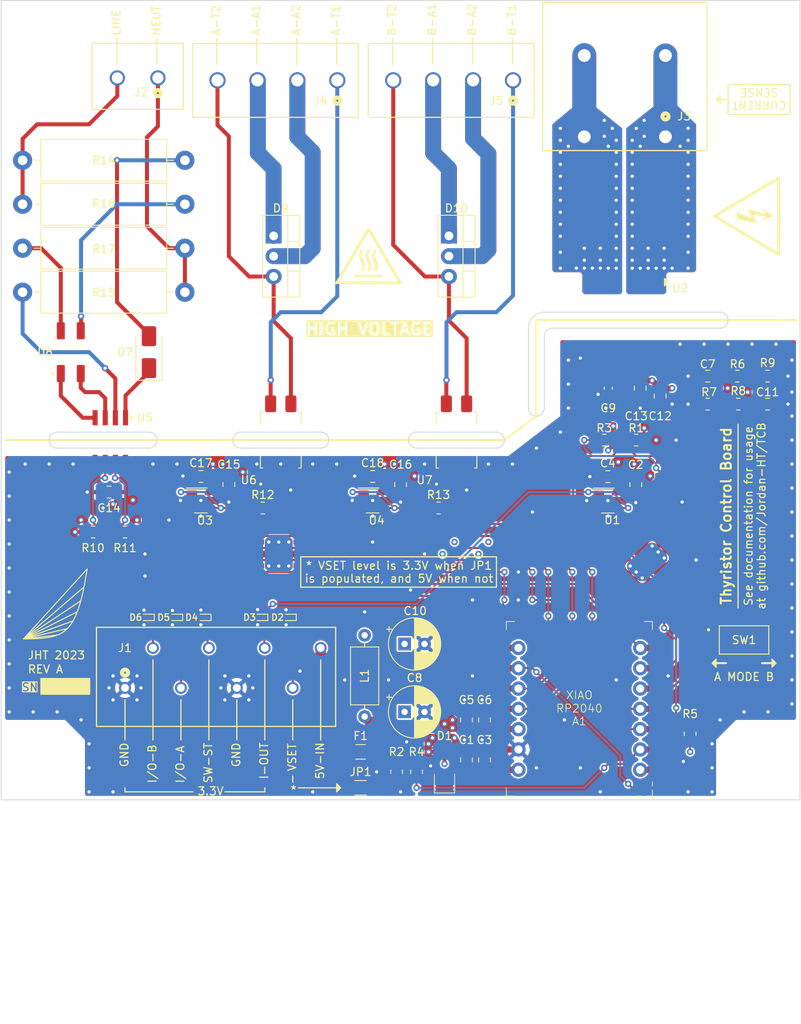
<source format=kicad_pcb>
(kicad_pcb (version 20221018) (generator pcbnew)
  (title_block (title "Thyristor Control Board") (date "2023-06-03") (rev "A") (company "Jordan Harris-Toovy") (comment 1 "See detatils at github.com/Jordan-HT/TCB") (comment 4 "Special requests: Red soldermask, White silkscreen"))
  (layers (0 "F.Cu" signal) (1 "In1.Cu" signal) (2 "In2.Cu" signal) (31 "B.Cu" signal) (34 "B.Paste" user) (35 "F.Paste" user) (36 "B.SilkS" user "B.Silkscreen") (37 "F.SilkS" user "F.Silkscreen") (38 "B.Mask" user) (39 "F.Mask" user) (44 "Edge.Cuts" user))
  (net 0 "")
  (net 1 "/Cur_Sense")
  (net 2 "/TriAC_Ctr_A")
  (net 3 "/TriAC_Ctr_B")
  (net 4 "/Cur_F_Fault")
  (net 5 "/Cur_S_Fault")
  (net 6 "/uC_IO_A")
  (net 7 "/uC_IO_B")
  (net 8 "/AC_Pos")
  (net 9 "/AC_Zero")
  (net 10 "+3V3")
  (net 11 "GND")
  (net 12 "Net-(A1-VCC)")
  (net 13 "+5V")
  (net 14 "/DC_Set_5V")
  (net 15 "/Cur_Out_3V3")
  (net 16 "Net-(D10-A1)")
  (net 17 "Net-(D10-A2)")
  (net 18 "Net-(D10-G)")
  (net 19 "Net-(J1-Pin_8)")
  (net 20 "NEUT")
  (net 21 "LINE")
  (net 22 "/AC_Cur_In")
  (net 23 "/AC_Cur_Out")
  (net 24 "Net-(J4-Pin_1)")
  (net 25 "Net-(J5-Pin_1)")
  (net 26 "/DC_Set_3V3")
  (net 27 "Net-(U4-IN-)")
  (net 28 "Net-(R12-Pad2)")
  (net 29 "Net-(R13-Pad2)")
  (net 30 "Net-(D7-K)")
  (net 31 "Net-(D7-A)")
  (net 32 "Net-(D8-Pad4)")
  (net 33 "Net-(D8--)")
  (net 34 "Net-(D8-Pad2)")
  (net 35 "Net-(D8-+)")
  (net 36 "Net-(D9-A1)")
  (net 37 "Net-(D9-A2)")
  (net 38 "Net-(D9-G)")
  (net 39 "Net-(F1-Pad2)")
  (net 40 "/uC_SW_ST")
  (net 41 "/Fault_Set_F")
  (net 42 "Net-(U2-FILTER)")
  (net 43 "/Fault_Set_S")
  (net 44 "Net-(U3-IN-)")
  (net 45 "Net-(U5-C1)")
  (footprint "Custom_parts:CONN4_796682-4_TEC" (layer "F.Cu") (at 134.08 63 180)
    (fp_text reference "J5")
    (fp_text value "TriAC(s)B")
  )
  (footprint "Inductor_THT:L_Axial_L7.0mm_D3.3mm_P10.16mm_Horizontal_Fastron_MICC" (layer "F.Cu") (at 115.5 142.58 90)
    (fp_text reference "L1")
    (fp_text value "(OPT) 22u")
  )
  (footprint "Custom_parts:CONN4_796682-4_TEC" (layer "F.Cu") (at 112.08 62.999999 180)
    (fp_text reference "J4")
    (fp_text value "TriAC(s)A")
  )
  (footprint "Diode_SMD:D_SOD-923" (layer "F.Cu") (at 88.3 130.18 180)
    (fp_text reference "D6")
    (fp_text value "ESD9X7.0ST5G")
  )
  (footprint "MountingHole:MountingHole_2.7mm_M2.5_ISO14580" (layer "F.Cu") (at 165 148)
    (fp_text reference "H3" hide)
    (fp_text value "MountingHole")
  )
  (footprint "Package_TO_SOT_SMD:SOT-23-5" (layer "F.Cu") (at 95 115.55)
    (fp_text reference "U3")
    (fp_text value "TLV9301IDBVR")
  )
  (footprint "Resistor_SMD:R_0805_2012Metric" (layer "F.Cu") (at 124.75 116.5)
    (fp_text reference "R13")
    (fp_text value "150")
  )
  (footprint "Package_TO_SOT_THT:TO-220-3_Vertical" (layer "F.Cu") (at 104.11 82.46 -90)
    (fp_text reference "D9")
    (fp_text value "T835T-8I")
  )
  (footprint "Diode_SMD:D_SOD-923" (layer "F.Cu") (at 91.856 130.18 180)
    (fp_text reference "D5")
    (fp_text value "ESD9X7.0ST5G")
  )
  (footprint "Package_TO_SOT_THT:TO-220-3_Vertical" (layer "F.Cu") (at 126.055 82.46 -90)
    (fp_text reference "D10")
    (fp_text value "T835T-8I")
  )
  (footprint "Capacitor_SMD:C_0805_2012Metric" (layer "F.Cu") (at 158.45 100)
    (fp_text reference "C7")
    (fp_text value "390p")
  )
  (footprint "Capacitor_SMD:C_0805_2012Metric" (layer "F.Cu") (at 152.5 102.5 90)
    (fp_text reference "C12")
    (fp_text value "10u")
  )
  (footprint "Resistor_SMD:R_0805_2012Metric" (layer "F.Cu") (at 149.5 108 180)
    (fp_text reference "R1")
    (fp_text value "22K")
  )
  (footprint "Custom_parts:SW_DS04-254-1-01BK-SMT" (layer "F.Cu") (at 163 133)
    (fp_text reference "SW1")
    (fp_text value "Mode SW")
  )
  (footprint "LOGO" (layer "F.Cu") (at 164 80 90)
    (fp_text reference "G***" hide)
    (fp_text value "LOGO" hide)
  )
  (footprint "Custom_parts:SOIC254P1016X440-4N" (layer "F.Cu") (at 127 108 90)
    (fp_text reference "U7")
    (fp_text value "VOT8121AB-T2")
  )
  (footprint "Resistor_SMD:R_0805_2012Metric" (layer "F.Cu") (at 145.5 108 180)
    (fp_text reference "R3")
    (fp_text value "22K")
  )
  (footprint "Resistor_SMD:R_0805_2012Metric" (layer "F.Cu") (at 162.175 100 180)
    (fp_text reference "R6")
    (fp_text value "63.4K")
  )
  (footprint "Resistor_THT:R_Axial_DIN0516_L15.5mm_D5.0mm_P20.32mm_Horizontal" (layer "F.Cu") (at 72.68 78.5)
    (fp_text reference "R16")
    (fp_text value "47K")
  )
  (footprint "Resistor_SMD:R_0805_2012Metric" (layer "F.Cu") (at 81.5 119.5)
    (fp_text reference "R10")
    (fp_text value "22K")
  )
  (footprint "Capacitor_SMD:C_0805_2012Metric" (layer "F.Cu") (at 83.5 114.5)
    (fp_text reference "C14")
    (fp_text value "0.1u")
  )
  (footprint "Capacitor_SMD:C_0805_2012Metric" (layer "F.Cu") (at 149.45 113.56875 90)
    (fp_text reference "C2")
    (fp_text value "10u")
  )
  (footprint "LOGO" (layer "F.Cu") (at 76.75 128.5)
    (fp_text reference "G***" hide)
    (fp_text value "LOGO" hide)
  )
  (footprint "Capacitor_SMD:C_0805_2012Metric" (layer "F.Cu") (at 128.25 143 -90)
    (fp_text reference "C5")
    (fp_text value "10u")
  )
  (footprint "Package_TO_SOT_SMD:SOT-23-5" (layer "F.Cu") (at 145.95 115.56875)
    (fp_text reference "U1")
    (fp_text value "TLV9301IDBVR")
  )
  (footprint "Capacitor_SMD:C_0805_2012Metric" (layer "F.Cu") (at 116.5 112.55)
    (fp_text reference "C18")
    (fp_text value "0.1u")
  )
  (footprint "Diode_SMD:D_SMA" (layer "F.Cu") (at 88.5 97 90)
    (fp_text reference "D7")
    (fp_text value "S1M")
  )
  (footprint "Resistor_SMD:R_1206_3216Metric_Pad1.30x1.75mm_HandSolder" (layer "F.Cu") (at 115 151.5)
    (fp_text reference "JP1")
    (fp_text value "Divider Bypass (NP)")
  )
  (footprint "Resistor_SMD:R_0805_2012Metric" (layer "F.Cu") (at 119.5 149.5 90)
    (fp_text reference "R2")
    (fp_text value "5.11K")
  )
  (footprint "Capacitor_THT:CP_Radial_D6.3mm_P2.50mm" (layer "F.Cu") (at 120.5 142)
    (fp_text reference "C8")
    (fp_text value "100u")
  )
  (footprint "Resistor_SMD:R_0805_2012Metric" (layer "F.Cu") (at 158.45 103.5 180)
    (fp_text reference "R7")
    (fp_text value "22K")
  )
  (footprint "Resistor_SMD:R_0805_2012Metric" (layer "F.Cu") (at 162.275 103.5)
    (fp_text reference "R8")
    (fp_text value "34K")
  )
  (footprint "Diode_SMD:D_SOD-923" (layer "F.Cu") (at 106.08 130.18 180)
    (fp_text reference "D2")
    (fp_text value "ESD9X7.0ST5G")
  )
  (footprint "Custom_parts:16SOICW-LA" (layer "F.Cu") (at 152.425 88.25 -90)
    (fp_text reference "U2")
    (fp_text value "ACS720KLATR-35AB-T")
  )
  (footprint "Resistor_SMD:R_0805_2012Metric" (layer "F.Cu") (at 165.95 100)
    (fp_text reference "R9")
    (fp_text value "22K")
  )
  (footprint "Custom_parts:CONN2_1760490000_WED" (layer "F.Cu") (at 89.62 62.7 180)
    (fp_text reference "J2")
    (fp_text value "Mains Sense")
  )
  (footprint "LOGO" (layer "F.Cu") (at 116 85)
    (fp_text reference "G***" hide)
    (fp_text value "LOGO" hide)
  )
  (footprint "Capacitor_SMD:C_0805_2012Metric" (layer "F.Cu") (at 130.5 148 -90)
    (fp_text reference "C3")
    (fp_text value "0.1u")
  )
  (footprint "Capacitor_THT:CP_Radial_D6.3mm_P2.50mm" (layer "F.Cu") (at 120.5 133.5)
    (fp_text reference "C10")
    (fp_text value "100u")
  )
  (footprint "Custom_parts:8-SOIC_3.9mm_Broadcom" (layer "F.Cu") (at 85.565 105.205 180)
    (fp_text reference "U5")
    (fp_text value "HCPL-073A-000E")
  )
  (footprint "Capacitor_SMD:C_0805_2012Metric" (layer "F.Cu") (at 150 101.5 90)
    (fp_text reference "C13")
    (fp_text value "0.1u")
  )
  (footprint "Capacitor_SMD:C_0805_2012Metric" (layer "F.Cu") (at 120 113.55 90)
    (fp_text reference "C16")
    (fp_text value "10u")
  )
  (footprint "MountingHole:MountingHole_2.7mm_M2.5_ISO14580" (layer "F.Cu") (at 75 58)
    (fp_text reference "H2" hide)
    (fp_text value "MountingHole")
  )
  (footprint "MountingHole:MountingHole_2.7mm_M2.5_ISO14580" (layer "F.Cu") (at 165 58)
    (fp_text reference "H1" hide)
    (fp_text value "MountingHole")
  )
  (footprint "Capacitor_SMD:C_0805_2012Metric" (layer "F.Cu") (at 95 112.55)
    (fp_text reference "C17")
    (fp_text value "0.1u")
  )
  (footprint "Custom_parts:seeed_studio_XIAO_RP2040" (layer "F.Cu") (at 150 149.24 180)
    (fp_text reference "A1")
    (fp_text value "N/A")
  )
  (footprint "Custom_parts:CONN_1985250_PXC" (layer "F.Cu") (at 85.499994 139)
    (fp_text reference "J1")
    (fp_text value "Low Voltage I/O")
  )
  (footprint "Resistor_SMD:R_0805_2012Metric" (layer "F.Cu") (at 85.5 119.5 180)
    (fp_text reference "R11")
    (fp_text value "22K")
  )
  (footprint "Capacitor_SMD:C_0805_2012Metric" (layer "F.Cu") (at 98.5 113.55 90)
    (fp_text reference "C15")
    (fp_text value "10u")
  )
  (footprint "Resistor_SMD:R_0805_2012Metric" (layer "F.Cu") (at 102.75 116.5)
    (fp_text reference "R12")
    (fp_text value "150")
  )
  (footprint "Resistor_THT:R_Axial_DIN0516_L15.5mm_D5.0mm_P20.32mm_Horizontal" (layer "F.Cu") (at 72.68 84)
    (fp_text reference "R17")
    (fp_text value "47K")
  )
  (footprint "Package_TO_SOT_SMD:SOT-23-5" (layer "F.Cu") (at 116.5 115.55)
    (fp_text reference "U4")
    (fp_text value "TLV9301IDBVR")
  )
  (footprint "Capacitor_SMD:C_0805_2012Metric" (layer "F.Cu") (at 165.95 103.5 180)
    (fp_text reference "C11")
    (fp_text value "390p")
  )
  (footprint "Resistor_SMD:R_0805_2012Metric" (layer "F.Cu") (at 156.25 144.75 90)
    (fp_text reference "R5")
    (fp_text value "22K")
  )
  (footprint "Capacitor_SMD:C_0805_2012Metric" (layer "F.Cu") (at 145.95 112.56875)
    (fp_text reference "C4")
    (fp_text value "0.1u")
  )
  (footprint "Capacitor_SMD:C_0805_2012Metric" (layer "F.Cu") (at 130.5 143 -90)
    (fp_text reference "C6")
    (fp_text value "0.1u")
  )
  (footprint "Custom_parts:SOIC254P1016X440-4N" (layer "F.Cu") (at 105 108 90)
    (fp_text reference "U6")
    (fp_text value "VOT8121AB-T2")
  )
  (footprint "Custom_parts:DO-214AC" (layer "F.Cu") (at 125.5 151.05 90)
    (fp_text reference "D1")
    (fp_text value "SS14-LTP")
  )
  (footprint "Custom_parts:CONN04_VP026584_20P32X18P3_AMP" (layer "F.Cu") (at 153.16 70.056701 180)
    (fp_text reference "J3")
    (fp_text value "Current Sense")
  )
  (footprint "Capacitor_SMD:C_0603_1608Metric" (layer "F.Cu") (at 146 101.5 90)
    (fp_text reference "C9")
    (fp_text value "4.7n")
  )
  (footprint "Diode_SMD:D_SOD-923" (layer "F.Cu") (at 102.524 130.18 180)
    (fp_text reference "D3")
    (fp_text value "ESD9X7.0ST5G")
  )
  (footprint "Resistor_THT:R_Axial_DIN0516_L15.5mm_D5.0mm_P20.32mm_Horizontal" (layer "F.Cu") (at 93 89.5 180)
    (fp_text reference "R15")
    (fp_text value "47K")
  )
  (footprint "Custom_parts:4-BESOP" (layer "F.Cu") (at 79.9625 99.675 180)
    (fp_text reference "D8")
    (fp_text value "MB10S-13")
  )
  (footprint "Diode_SMD:D_SOD-923" (layer "F.Cu") (at 95.412 130.18 180)
    (fp_text reference "D4")
    (fp_text value "ESD9X7.0ST5G")
  )
  (footprint "Fuse:Fuse_1206_3216Metric" (layer "F.Cu") (at 115 147)
    (fp_text reference "F1")
    (fp_text value "1A SB")
  )
  (footprint "Resistor_SMD:R_0805_2012Metric" (layer "F.Cu") (at 122 149.5 90)
    (fp_text reference "R4")
    (fp_text value "10K")
  )
  (footprint "Capacitor_SMD:C_0805_2012Metric" (layer "F.Cu") (at 128.25 148 -90)
    (fp_text reference "C1")
    (fp_text value "10u")
  )
  (footprint "MountingHole:MountingHole_2.7mm_M2.5_ISO14580" (layer "F.Cu") (at 75 148)
    (fp_text reference "H4" hide)
    (fp_text value "MountingHole")
  )
  (footprint "Resistor_THT:R_Axial_DIN0516_L15.5mm_D5.0mm_P20.32mm_Horizontal" (layer "F.Cu") (at 72.68 73)
    (fp_text reference "R14")
    (fp_text value "47K")
  )
  (gr_rect (start 75.03 137.88) (end 81.03 139.74) (stroke (width 0.25)) (fill solid) (layer "F.SilkS"))
  (gr_line (start 84.5 61) (end 84.5 57.75) (stroke (width 0.15)) (layer "F.SilkS"))
  (gr_line (start 129 61) (end 129 57.75) (stroke (width 0.15)) (layer "F.SilkS"))
  (gr_line (start 97 61) (end 97 57.75) (stroke (width 0.15)) (layer "F.SilkS"))
  (gr_line (start 161 65.4) (end 159.5 65.4) (stroke (width 0.15)) (layer "F.SilkS"))
  (gr_line (start 160.75 135.9) (end 159.25 135.9) (stroke (width 0.25)) (layer "F.SilkS"))
  (gr_line (start 165.25 135.9) (end 166.75 135.9) (stroke (width 0.25)) (layer "F.SilkS"))
  (gr_line (start 161 67.25) (end 168.75 67.25) (stroke (width 0.15)) (layer "F.SilkS"))
  (gr_poly (pts (xy 159.5 65.4) (xy 160 64.9) (xy 160 65.9)) (stroke (width 0.15)) (fill solid) (layer "F.SilkS"))
  (gr_line (start 133 108) (end 137 105) (stroke (width 0.25)) (layer "F.SilkS"))
  (gr_line (start 106.5 140.5) (end 106.5 145.5) (stroke (width 0.15)) (layer "F.SilkS"))
  (gr_line (start 92.5 140.5) (end 92.5 145.5) (stroke (width 0.15)) (layer "F.SilkS"))
  (gr_line (start 168.75 67.25) (end 168.75 63.5) (stroke (width 0.15)) (layer "F.SilkS"))
  (gr_line (start 161 63.5) (end 161 65.5) (stroke (width 0.15)) (layer "F.SilkS"))
  (gr_line (start 89.5 61) (end 89.5 57.75) (stroke (width 0.15)) (layer "F.SilkS"))
  (gr_line (start 161 65.5) (end 161 67.25) (stroke (width 0.15)) (layer "F.SilkS"))
  (gr_line (start 110 135.5) (end 110 145.5) (stroke (width 0.15)) (layer "F.SilkS"))
  (gr_line (start 98 152) (end 103 152) (stroke (width 0.15)) (layer "F.SilkS"))
  (gr_line (start 137 105) (end 137 93) (stroke (width 0.25)) (layer "F.SilkS"))
  (gr_line (start 162.25 129) (end 162.25 106) (stroke (width 0.15)) (layer "F.SilkS"))
  (gr_line (start 168.75 63.5) (end 161 63.5) (stroke (width 0.15)) (layer "F.SilkS"))
  (gr_line (start 94 152) (end 85.5 152) (stroke (width 0.15)) (layer "F.SilkS"))
  (gr_line (start 107.5 126.4) (end 107.5 122.6) (stroke (width 0.15)) (layer "F.SilkS"))
  (gr_line (start 107.2 151.5) (end 112.3 151.5) (stroke (width 0.15)) (layer "F.SilkS"))
  (gr_poly (pts (xy 112.5 151.5) (xy 112 151) (xy 112 152)) (stroke (width 0.15)) (fill solid) (layer "F.SilkS"))
  (gr_line (start 134 61) (end 134 57.75) (stroke (width 0.15)) (layer "F.SilkS"))
  (gr_poly (pts (xy 167 135.9) (xy 166.5 135.4) (xy 166.5 136.4)) (stroke (width 0.15)) (fill solid) (layer "F.SilkS"))
  (gr_poly (pts (xy 159 135.9) (xy 159.5 135.4) (xy 159.5 136.4)) (stroke (width 0.15)) (fill solid) (layer "F.SilkS"))
  (gr_line (start 107.5 122.6) (end 132 122.6) (stroke (width 0.15)) (layer "F.SilkS"))
  (gr_line (start 102 61) (end 102 57.75) (stroke (width 0.15)) (layer "F.SilkS"))
  (gr_line (start 103 152) (end 103 151.5) (stroke (width 0.15)) (layer "F.SilkS"))
  (gr_line (start 119 61) (end 119 57.75) (stroke (width 0.15)) (layer "F.SilkS"))
  (gr_line (start 103 135.5) (end 103 145.5) (stroke (width 0.15)) (layer "F.SilkS"))
  (gr_line (start 96 135.5) (end 96 145.5) (stroke (width 0.15)) (layer "F.SilkS"))
  (gr_line (start 85.5 152) (end 85.5 151.5) (stroke (width 0.15)) (layer "F.SilkS"))
  (gr_line (start 85.5 140.5) (end 85.5 145.5) (stroke (width 0.15)) (layer "F.SilkS"))
  (gr_line (start 137 93) (end 169.5 93) (stroke (width 0.25)) (layer "F.SilkS"))
  (gr_line (start 70.5 108) (end 133 108) (stroke (width 0.25)) (layer "F.SilkS"))
  (gr_line (start 124 61) (end 124 57.75) (stroke (width 0.15)) (layer "F.SilkS"))
  (gr_line (start 106.5 150.8) (end 106.5 150) (stroke (width 0.15)) (layer "F.SilkS"))
  (gr_line (start 132 126.4) (end 107.5 126.4) (stroke (width 0.15)) (layer "F.SilkS"))
  (gr_line (start 89 135.5) (end 89 145.5) (stroke (width 0.15)) (layer "F.SilkS"))
  (gr_line (start 107 61) (end 107 57.75) (stroke (width 0.15)) (layer "F.SilkS"))
  (gr_line (start 132 122.6) (end 132 126.4) (stroke (width 0.15)) (layer "F.SilkS"))
  (gr_line (start 99.5 140.5) (end 99.5 145.5) (stroke (width 0.15)) (layer "F.SilkS"))
  (gr_line (start 112 61) (end 112 57.75) (stroke (width 0.15)) (layer "F.SilkS"))
  (gr_arc (start 138 95) (mid 138.292893 94.292893) (end 139 94) (stroke (width 0.1)) (layer "Edge.Cuts"))
  (gr_line (start 110 107) (end 100 107) (stroke (width 0.1)) (layer "Edge.Cuts"))
  (gr_line (start 110 109) (end 100 109) (stroke (width 0.1)) (layer "Edge.Cuts"))
  (gr_line (start 88.5 109) (end 77 109) (stroke (width 0.1)) (layer "Edge.Cuts"))
  (gr_arc (start 122 109) (mid 121 108) (end 122 107) (stroke (width 0.1)) (layer "Edge.Cuts"))
  (gr_arc (start 100 109) (mid 99 108) (end 100 107) (stroke (width 0.1)) (layer "Edge.Cuts"))
  (gr_arc (start 110 107) (mid 111 108) (end 110 109) (stroke (width 0.1)) (layer "Edge.Cuts"))
  (gr_line locked (start 170 153) (end 170 53) (stroke (width 0.1)) (layer "Edge.Cuts"))
  (gr_line (start 136 94) (end 136 104) (stroke (width 0.1)) (layer "Edge.Cuts"))
  (gr_arc (start 138 104) (mid 137 105) (end 136 104) (stroke (width 0.1)) (layer "Edge.Cuts"))
  (gr_line (start 132 109) (end 122 109) (stroke (width 0.1)) (layer "Edge.Cuts"))
  (gr_arc (start 88.5 107) (mid 89.5 108) (end 88.5 109) (stroke (width 0.1)) (layer "Edge.Cuts"))
  (gr_line (start 160 92) (end 138 92) (stroke (width 0.1)) (layer "Edge.Cuts"))
  (gr_arc (start 160 92) (mid 161 93) (end 160 94) (stroke (width 0.1)) (layer "Edge.Cuts"))
  (gr_line locked (start 70 53) (end 70 153) (stroke (width 0.1)) (layer "Edge.Cuts"))
  (gr_arc (start 77 109) (mid 76 108) (end 77 107) (stroke (width 0.1)) (layer "Edge.Cuts"))
  (gr_arc (start 136 94) (mid 136.585786 92.585786) (end 138 92) (stroke (width 0.1)) (layer "Edge.Cuts"))
  (gr_line locked (start 170 53) (end 70 53) (stroke (width 0.1)) (layer "Edge.Cuts"))
  (gr_line locked (start 70 153) (end 170 153) (stroke (width 0.1)) (layer "Edge.Cuts"))
  (gr_line (start 132 107) (end 122 107) (stroke (width 0.1)) (layer "Edge.Cuts"))
  (gr_line (start 138 95) (end 138 104) (stroke (width 0.1)) (layer "Edge.Cuts"))
  (gr_arc (start 132 107) (mid 133 108) (end 132 109) (stroke (width 0.1)) (layer "Edge.Cuts"))
  (gr_line (start 160 94) (end 139 94) (stroke (width 0.1)) (layer "Edge.Cuts"))
  (gr_line (start 88.5 107) (end 77 107) (stroke (width 0.1)) (layer "Edge.Cuts"))
  (gr_text "Thyristor Control Board" (at 161.5 117.5 90) (layer "F.SilkS") (effects (font (size 1.25 1.25) (thickness 0.25) bold) (justify bottom)))
  (gr_text "A MODE B" (at 163 138.2) (layer "F.SilkS") (effects (font (size 1 1)) (justify bottom)))
  (gr_text "NEUT" (at 90 57.5 90) (layer "F.SilkS") (effects (font (size 1 1)) (justify left bottom)))
  (gr_text "B-A2" (at 129.5 57.5 90) (layer "F.SilkS") (effects (font (size 1 1)) (justify left bottom)))
  (gr_text "A-T2" (at 97.5 57.5 90) (layer "F.SilkS") (effects (font (size 1 1)) (justify left bottom)))
  (gr_text "VSET" (at 107 149.5 90) (layer "F.SilkS") (effects (font (size 1 1)) (justify left bottom)))
  (gr_text "B-T1" (at 134.5 57.5 90) (layer "F.SilkS") (effects (font (size 1 1)) (justify left bottom)))
  (gr_text "HIGH VOLTAGE" (at 108 95) (layer "F.SilkS" knockout) (effects (font (size 1.5 1.5) (thickness 0.25) bold) (justify left bottom)))
  (gr_text "A-A2" (at 107.5 57.5 90) (layer "F.SilkS") (effects (font (size 1 1)) (justify left bottom)))
  (gr_text "A-T1" (at 112.5 57.5 90) (layer "F.SilkS") (effects (font (size 1 1)) (justify left bottom)))
  (gr_text "GND" (at 86 149 90) (layer "F.SilkS") (effects (font (size 1 1)) (justify left bottom)))
  (gr_text "GND" (at 100 149 90) (layer "F.SilkS") (effects (font (size 1 1)) (justify left bottom)))
  (gr_text "CURRENT\nSENSE" (at 164.9 63.9 180) (layer "F.SilkS") (effects (font (size 1 1)) (justify bottom)))
  (gr_text "JHT 2023" (at 73.25 135.5) (layer "F.SilkS") (effects (font (size 1 1)) (justify left bottom)))
  (gr_text "SN" (at 72.5 139.5) (layer "F.SilkS" knockout) (effects (font (size 1 1)) (justify left bottom)))
  (gr_text "* VSET level is 3.3V when JP1\nis populated, and 5V when not" (at 119.8 125.9) (layer "F.SilkS") (effects (font (size 1 1)) (justify bottom)))
  (gr_text "LINE" (at 85 57.5 90) (layer "F.SilkS") (effects (font (size 1 1)) (justify left bottom)))
  (gr_text "*" (at 106.125 152.35) (layer "F.SilkS") (effects (font (size 1 1)) (justify left bottom)))
  (gr_text "3.3V" (at 94.5 152.5) (layer "F.SilkS") (effects (font (size 1 1)) (justify left bottom)))
  (gr_text "I-OUT" (at 103.5 150.5 90) (layer "F.SilkS") (effects (font (size 1 1)) (justify left bottom)))
  (gr_text "I/O-A" (at 93 151 90) (layer "F.SilkS") (effects (font (size 1 1)) (justify left bottom)))
  (gr_text "I/O-B" (at 89.5 151 90) (layer "F.SilkS") (effects (font (size 1 1)) (justify left bottom)))
  (gr_text "See documentation for usage\nat github.com/Jordan-HT/TCB" (at 165.75 117.5 90) (layer "F.SilkS") (effects (font (size 1 1)) (justify bottom)))
  (gr_text "SW-ST" (at 96.5 151 90) (layer "F.SilkS") (effects (font (size 1 1)) (justify left bottom)))
  (gr_text "A-A1" (at 102.5 57.5 90) (layer "F.SilkS") (effects (font (size 1 1)) (justify left bottom)))
  (gr_text "5V-IN" (at 110.5 150.5 90) (layer "F.SilkS") (effects (font (size 1 1)) (justify left bottom)))
  (gr_text "B-A1" (at 124.5 57.5 90) (layer "F.SilkS") (effects (font (size 1 1)) (justify left bottom)))
  (gr_text "REV A" (at 73.25 137.25) (layer "F.SilkS") (effects (font (size 1 1)) (justify left bottom)))
  (gr_text "B-T2" (at 119.5 57.5 90) (layer "F.SilkS") (effects (font (size 1 1)) (justify left bottom)))
  (segment (start 147 120.5) (end 153 126.5) (width 0.25) (layer "F.Cu") (net 1))
  (segment (start 154.5 141.5) (end 154.5 148) (width 0.25) (layer "F.Cu") (net 1))
  (segment (start 153 126.5) (end 153 131) (width 0.25) (layer "F.Cu") (net 1))
  (segment (start 153.26 149.24) (end 151.905 149.24) (width 0.25) (layer "F.Cu") (net 1))
  (segment (start 142.51875 116.51875) (end 144.8125 116.51875) (width 0.25) (layer "F.Cu") (net 1))
  (segment (start 153 131) (end 153 131.5) (width 0.25) (layer "F.Cu") (net 1))
  (segment (start 146.5 110) (end 142.5 110) (width 0.25) (layer "F.Cu") (net 1))
  (segment (start 142.5 110) (end 141.6 110.9) (width 0.25) (layer "F.Cu") (net 1))
  (segment (start 144.8125 118.3125) (end 147 120.5) (width 0.25) (layer "F.Cu") (net 1))
  (segment (start 154.5 148) (end 153.26 149.24) (width 0.25) (layer "F.Cu") (net 1))
  (segment (start 147.345 109.155) (end 146.5 110) (width 0.25) (layer "F.Cu") (net 1))
  (segment (start 141.6 110.9) (end 141.6 115.6) (width 0.25) (layer "F.Cu") (net 1))
  (segment (start 141.6 115.6) (end 142.51875 116.51875) (width 0.25) (layer "F.Cu") (net 1))
  (segment (start 144.8125 116.51875) (end 144.8125 118.3125) (width 0.25) (layer "F.Cu") (net 1))
  (segment (start 147.345 97.75) (end 147.345 109.155) (width 0.25) (layer "F.Cu") (net 1))
  (via (at 153 131.5) (size 0.8) (drill 0.4) (layers "F.Cu" "B.Cu") (net 1))
  (via (at 154.5 141.5) (size 0.8) (drill 0.4) (layers "F.Cu" "B.Cu") (net 1))
  (segment (start 153 131.5) (end 154.5 133) (width 0.25) (layer "B.Cu") (net 1))
  (segment (start 154.5 133) (end 154.5 141.5) (width 0.25) (layer "B.Cu") (net 1))
  (segment (start 141.5 130.8) (end 142.3 131.6) (width 0.25) (layer "F.Cu") (net 2))
  (segment (start 93.8625 116.5) (end 93.8625 118.3625) (width 0.25) (layer "F.Cu") (net 2))
  (segment (start 141.5 130) (end 141.5 130.8) (width 0.25) (layer "F.Cu") (net 2))
  (segment (start 142.3 140.8) (end 145.66 144.16) (width 0.25) (layer "F.Cu") (net 2))
  (segment (start 93.8625 118.3625) (end 94.5 119) (width 0.25) (layer "F.Cu") (net 2))
  (segment (start 142.3 131.6) (end 142.3 140.8) (width 0.25) (layer "F.Cu") (net 2))
  (segment (start 145.66 144.16) (end 150 144.16) (width 0.25) (layer "F.Cu") (net 2))
  (segment (start 94.5 119) (end 95.5 120) (width 0.25) (layer "F.Cu") (net 2))
  (segment (start 98 120) (end 137 120) (width 0.25) (layer "F.Cu") (net 2))
  (segment (start 95.5 120) (end 98 120) (width 0.25) (layer "F.Cu") (net 2))
  (segment (start 137 120) (end 141.5 124.5) (width 0.25) (layer "F.Cu") (net 2))
  (via (at 141.5 130) (size 0.8) (drill 0.4) (layers "F.Cu" "B.Cu") (net 2))
  (via (at 141.5 124.5) (size 0.8) (drill 0.4) (layers "F.Cu" "B.Cu") (net 2))
  (segment (start 141.5 124.5) (end 141.5 130) (width 0.25) (layer "B.Cu") (net 2))
  (segment (start 138 118.5) (end 144 124.5) (width 0.25) (layer "F.Cu") (net 3))
  (segment (start 145 139.5) (end 147.12 141.62) (width 0.25) (layer "F.Cu") (net 3))
  (segment (start 115.3625 117.8625) (end 116 118.5) (width 0.25) (layer "F.Cu") (net 3))
  (segment (start 115.3625 116.5) (end 115.3625 117.8625) (width 0.25) (layer "F.Cu") (net 3))
  (segment (start 144 130) (end 144 131) (width 0.25) (layer "F.Cu") (net 3))
  (segment (start 144 131) (end 145 132) (width 0.25) (layer "F.Cu") (net 3))
  (segment (start 145 132) (end 145 139.5) (width 0.25) (layer "F.Cu") (net 3))
  (segment (start 147.12 141.62) (end 150 141.62) (width 0.25) (layer "F.Cu") (net 3))
  (segment (start 116 118.5) (end 138 118.5) (width 0.25) (layer "F.Cu") (net 3))
  (via (at 144 124.5) (size 0.8) (drill 0.4) (layers "F.Cu" "B.Cu") (net 3))
  (via (at 144 130) (size 0.8) (drill 0.4) (layers "F.Cu" "B.Cu") (net 3))
  (segment (start 144 124.5) (end 144 130) (width 0.25) (layer "B.Cu") (net 3))
  (segment (start 153.92 139.08) (end 151.905 139.08) (width 0.25) (layer "F.Cu") (net 4))
  (segment (start 148.5875 108) (end 148.5875 109.0875) (width 0.25) (layer "F.Cu") (net 4))
  (segment (start 156 137) (end 153.92 139.08) (width 0.25) (layer "F.Cu") (net 4))
  (segment (start 148.615 107.9725) (end 148.5875 108) (width 0.25) (layer "F.Cu") (net 4))
  (segment (start 148.615 97.75) (end 148.615 107.9725) (width 0.25) (layer "F.Cu") (net 4))
  (segment (start 156 113.5) (end 156 137) (width 0.25) (layer "F.Cu") (net 4))
  (segment (start 152.5 110) (end 156 113.5) (width 0.25) (layer "F.Cu") (net 4))
  (segment (start 149.5 110) (end 152.5 110) (width 0.25) (layer "F.Cu") (net 4))
  (segment (start 148.5875 109.0875) (end 149.5 110) (width 0.25) (layer "F.Cu") (net 4))
  (segment (start 144.805 97.75) (end 144.805 99.695) (width 0.25) (layer "F.Cu") (net 5))
  (segment (start 154.5 135.5) (end 153.46 136.54) (width 0.25) (layer "F.Cu") (net 5))
  (segment (start 143.5 101) (end 143.5 103.5) (width 0.25) (layer "F.Cu") (net 5))
  (segment (start 144.5875 108) (end 143 108) (width 0.25) (layer "F.Cu") (net 5))
  (segment (start 144.5 104.5) (end 144.5 107.9125) (width 0.25) (layer "F.Cu") (net 5))
  (segment (start 153.46 136.54) (end 151.905 136.54) (width 0.25) (layer "F.Cu") (net 5))
  (segment (start 154.5 114) (end 154.5 135.5) (width 0.25) (layer "F.Cu") (net 5))
  (segment (start 143.5 103.5) (end 144.5 104.5) (width 0.25) (layer "F.Cu") (net 5))
  (segment (start 144.5 107.9125) (end 144.5875 108) (width 0.25) (layer "F.Cu") (net 5))
  (segment (start 144.805 99.695) (end 143.5 101) (width 0.25) (layer "F.Cu") (net 5))
  (segment (start 152 111.5) (end 154.5 114) (width 0.25) (layer "F.Cu") (net 5))
  (via (at 152 111.5) (size 0.8) (drill 0.4) (layers "F.Cu" "B.Cu") (net 5))
  (via (at 143 108) (size 0.8) (drill 0.4) (layers "F.Cu" "B.Cu") (net 5))
  (segment (start 152 111.5) (end 152 111) (width 0.25) (layer "B.Cu") (net 5))
  (segment (start 143 109) (end 143 108) (width 0.25) (layer "B.Cu") (net 5))
  (segment (start 144 110) (end 143 109) (width 0.25) (layer "B.Cu") (net 5))
  (segment (start 152 111) (end 151 110) (width 0.25) (layer "B.Cu") (net 5))
  (segment (start 151 110) (end 144 110) (width 0.25) (layer "B.Cu") (net 5))
  (segment (start 92.276 130.18) (end 92.276 129.224) (width 0.25) (layer "F.Cu") (net 6))
  (segment (start 92.276 129.224) (end 95.5 126) (width 0.25) (layer "F.Cu") (net 6))
  (segment (start 92.5 136.5) (end 92.499995 136.500005) (width 0.25) (layer "F.Cu") (net 6))
  (segment (start 92.499995 136.500005) (end 92.499995 139) (width 0.25) (layer "F.Cu") (net 6))
  (segment (start 95.5 126) (end 142 126) (width 0.25) (layer "F.Cu") (net 6))
  (segment (start 142 126) (end 150 134) (width 0.25) (layer "F.Cu") (net 6))
  (segment (start 92.276 130.18) (end 92.276 136.276) (width 0.25) (layer "F.Cu") (net 6))
  (segment (start 92.276 136.276) (end 92.5 136.5) (width 0.25) (layer "F.Cu") (net 6))
  (segment (start 88.72 132.22) (end 89 132.5) (width 0.25) (layer "F.Cu") (net 7))
  (segment (start 132.855 128.145) (end 132.855 134) (width 0.25) (layer "F.Cu") (net 7))
  (segment (start 88.72 128.28) (end 88.72 130.18) (width 0.25) (layer "F.Cu") (net 7))
  (segment (start 133 124.5) (end 92.5 124.5) (width 0.25) (layer "F.Cu") (net 7))
  (segment (start 88.999995 132.500005) (end 88.999995 134) (width 0.25) (layer "F.Cu") (net 7))
  (segment (start 92.5 124.5) (end 88.72 128.28) (width 0.25) (layer "F.Cu") (net 7))
  (segment (start 89 132.5) (end 88.999995 132.500005) (width 0.25) (layer "F.Cu") (net 7))
  (segment (start 88.72 130.18) (end 88.72 132.22) (width 0.25) (layer "F.Cu") (net 7))
  (segment (start 133 128) (end 132.855 128.145) (width 0.25) (layer "F.Cu") (net 7))
  (via (at 133 128) (size 0.8) (drill 0.4) (layers "F.Cu" "B.Cu") (net 7))
  (via (at 133 124.5) (size 0.8) (drill 0.4) (layers "F.Cu" "B.Cu") (net 7))
  (segment (start 133 124.5) (end 133 128) (width 0.25) (layer "B.Cu") (net 7))
  (segment (start 84.5875 119.5) (end 86.5875 121.5) (width 0.25) (layer "F.Cu") (net 8))
  (segment (start 85.5 118) (end 85.5 118.2) (width 0.25) (layer "F.Cu") (net 8))
  (segment (start 85.5 118.2) (end 84.5875 119.1125) (width 0.25) (layer "F.Cu") (net 8))
  (segment (start 84.295 112.705) (end 84.25 112.75) (width 0.25) (layer "F.Cu") (net 8))
  (segment (start 88 121.5) (end 135.5 121.5) (width 0.25) (layer "F.Cu") (net 8))
  (segment (start 86.5875 121.5) (end 88 121.5) (width 0.25) (layer "F.Cu") (net 8))
  (segment (start 135.5 121.5) (end 138.5 124.5) (width 0.25) (layer "F.Cu") (net 8))
  (segment (start 84.295 110.795) (end 84.295 112.705) (width 0.25) (layer "F.Cu") (net 8))
  (segment (start 138.5 137.5) (end 136.92 139.08) (width 0.25) (layer "F.Cu") (net 8))
  (segment (start 136.92 139.08) (end 134.76 139.08) (width 0.25) (layer "F.Cu") (net 8))
  (segment (start 138.5 130) (end 138.5 137.5) (width 0.25) (layer "F.Cu") (net 8))
  (segment (start 84.5875 119.1125) (end 84.5875 119.5) (width 0.25) (layer "F.Cu") (net 8))
  (via (at 138.5 130) (size 0.8) (drill 0.4) (layers "F.Cu" "B.Cu") (net 8))
  (via (at 85.5 118) (size 0.8) (drill 0.4) (layers "F.Cu" "B.Cu") (net 8))
  (via (at 138.5 124.5) (size 0.8) (drill 0.4) (layers "F.Cu" "B.Cu") (net 8))
  (via (at 84.25 112.75) (size 0.8) (drill 0.4) (layers "F.Cu" "B.Cu") (net 8))
  (segment (start 84.25 112.75) (end 84.75 112.75) (width 0.25) (layer "B.Cu") (net 8))
  (segment (start 84.75 112.75) (end 85.5 113.5) (width 0.25) (layer "B.Cu") (net 8))
  (segment (start 85.5 113.5) (end 85.5 118) (width 0.25) (layer "B.Cu") (net 8))
  (segment (start 138.5 124.5) (end 138.5 130) (width 0.25) (layer "B.Cu") (net 8))
  (segment (start 81.5 118.3) (end 82.4125 119.2125) (width 0.25) (layer "F.Cu") (net 9))
  (segment (start 85.9125 123) (end 101.5 123) (width 0.25) (layer "F.Cu") (net 9))
  (segment (start 136.5 128) (end 139 128) (width 0.25) (layer "F.Cu") (net 9))
  (segment (start 139 128) (end 140 129) (width 0.25) (layer "F.Cu") (net 9))
  (segment (start 137.38 141.62) (end 134.76 141.62) (width 0.25) (layer "F.Cu") (net 9))
  (segment (start 82.4125 119.5) (end 85.9125 123) (width 0.25) (layer "F.Cu") (net 9))
  (segment (start 140 129) (end 140 139) (width 0.25) (layer "F.Cu") (net 9))
  (segment (start 83.025 110.795) (end 83.025 112.725) (width 0.25) (layer "F.Cu") (net 9))
  (segment (start 135 123) (end 136.5 124.5) (width 0.25) (layer "F.Cu") (net 9))
  (segment (start 101.5 123) (end 135 123) (width 0.25) (layer "F.Cu") (net 9))
  (segment (start 140 139) (end 137.38 141.62) (width 0.25) (layer "F.Cu") (net 9))
  (segment (start 82.4125 119.2125) (end 82.4125 119.5) (width 0.25) (layer "F.Cu") (net 9))
  (segment (start 83.025 112.725) (end 83 112.75) (width 0.25) (layer "F.Cu") (net 9))
  (segment (start 81.5 118) (end 81.5 118.3) (width 0.25) (layer "F.Cu") (net 9))
  (via (at 83 112.75) (size 0.8) (drill 0.4) (layers "F.Cu" "B.Cu") (net 9))
  (via (at 136.5 124.5) (size 0.8) (drill 0.4) (layers "F.Cu" "B.Cu") (net 9))
  (via (at 136.5 128) (size 0.8) (drill 0.4) (layers "F.Cu" "B.Cu") (net 9))
  (via (at 81.5 118) (size 0.8) (drill 0.4) (layers "F.Cu" "B.Cu") (net 9))
  (segment (start 136.5 124.5) (end 136.5 128) (width 0.25) (layer "B.Cu") (net 9))
  (segment (start 82.25 112.75) (end 81.5 113.5) (width 0.25) (layer "B.Cu") (net 9))
  (segment (start 81.5 113.5) (end 81.5 118) (width 0.25) (layer "B.Cu") (net 9))
  (segment (start 83 112.75) (end 82.25 112.75) (width 0.25) (layer "B.Cu") (net 9))
  (segment (start 126.55 143.95) (end 126.5 144) (width 1) (layer "F.Cu") (net 10))
  (segment (start 84.45 114.5) (end 84.45 115.55) (width 0.5) (layer "F.Cu") (net 10))
  (segment (start 86.5 115.5) (end 86.5 113.5) (width 0.5) (layer "F.Cu") (net 10))
  (segment (start 80.5875 118.5875) (end 80 118) (width 0.25) (layer "F.Cu") (net 10))
  (segment (start 80.5875 119.5) (end 79.25 119.5) (width 0.25) (layer "F.Cu") (net 10))
  (segment (start 146.4125 108.850701) (end 145.987701 109.2755) (width 0.5) (layer "F.Cu") (net 10))
  (segment (start 86.4125 118.5875) (end 87 118) (width 0.25) (layer "F.Cu") (net 10))
  (segment (start 150.4125 106.5875) (end 150.5 106.5) (width 0.5) (layer "F.Cu") (net 10))
  (segment (start 86.295 110.795) (end 85.565 110.795) (width 0.5) (layer "F.Cu") (net 10))
  (segment (start 128.25 143.95) (end 132.645 143.95) (width 1) (layer "F.Cu") (net 10))
  (segment (start 86.5 113.5) (end 86.75 113.25) (width 0.5) (layer "F.Cu") (net 10))
  (segment (start 86.75 113.25) (end 86.75 111.25) (width 0.5) (layer "F.Cu") (net 10))
  (segment (start 146.4125 108) (end 146.4125 108.850701) (width 0.5) (layer "F.Cu") (net 10))
  (segment (start 127.45 143.95) (end 126.5 143) (width 1) (layer "F.Cu") (net 10))
  (segment (start 156.25 147) (end 156.25 145.6625) (width 0.25) (layer "F.Cu") (net 10))
  (segment (start 86.1 115.5) (end 85 115.5) (width 0.5) (layer "F.Cu") (net 10))
  (segment (start 86.75 111.25) (end 86.295 110.795) (width 0.5) (layer "F.Cu") (net 10))
  (segment (start 150.4125 108) (end 152 108) (width 0.5) (layer "F.Cu") (net 10))
  (segment (start 146.6205 106.25) (end 146.4125 106.458) (width 0.5) (layer "F.Cu") (net 10))
  (segment (start 132.645 143.95) (end 132.855 144.16) (width 1) (layer "F.Cu") (net 10))
  (segment (start 80.5875 119.5) (end 80.5875 118.5875) (width 0.25) (layer "F.Cu") (net 10))
  (segment (start 86.5 115.5) (end 86.1 115.5) (width 0.5) (layer "F.Cu") (net 10))
  (segment (start 150.4125 108) (end 150.4125 106.5875) (width 0.5) (layer "F.Cu") (net 10))
  (segment (start 85.565 114.5) (end 84.45 114.5) (width 0.5) (layer "F.Cu") (net 10))
  (segment (start 84.45 114.95) (end 84.45 114.5) (width 0.5) (layer "F.Cu") (net 10))
  (segment (start 84.45 115.55) (end 84 116) (width 0.5) (layer "F.Cu") (net 10))
  (segment (start 84 116) (end 84.5 115.5) (width 0.5) (layer "F.Cu") (net 10))
  (segment (start 128.25 143.95) (end 127.45 143.95) (width 1) (layer "F.Cu") (net 10))
  (segment (start 86.4125 119.5) (end 86.4125 118.5875) (width 0.25) (layer "F.Cu") (net 10))
  (segment (start 85.565 110.795) (end 85.565 114.5) (width 0.5) (layer "F.Cu") (net 10))
  (segment (start 85 115.5) (end 84.45 114.95) (width 0.5) (layer "F.Cu") (net 10))
  (segment (start 84.5 115.5) (end 86.1 115.5) (width 0.5) (layer "F.Cu") (net 10))
  (segment (start 128.25 143.95) (end 126.55 143.95) (width 1) (layer "F.Cu") (net 10))
  (segment (start 146.4125 106.458) (end 146.4125 108) (width 0.5) (layer "F.Cu") (net 10))
  (via (at 87 118) (size 0.8) (drill 0.4) (layers "F.Cu" "B.Cu") (net 10))
  (via (at 126.5 144) (size 0.8) (drill 0.4) (layers "F.Cu" "B.Cu") (net 10))
  (via (at 79.25 119.5) (size 0.8) (drill 0.4) (layers "F.Cu" "B.Cu") (net 10))
  (via (at 150.5 106.5) (size 0.8) (drill 0.4) (layers "F.Cu" "B.Cu") (net 10))
  (via (at 84 116) (size 0.8) (drill 0.4) (layers "F.Cu" "B.Cu") (net 10))
  (via (at 152 108) (size 0.8) (drill 0.4) (layers "F.Cu" "B.Cu") (net 10))
  (via (at 145.987701 109.2755) (size 0.8) (drill 0.4) (layers "F.Cu" "B.Cu") (net 10))
  (via (at 146.6205 106.25) (size 0.8) (drill 0.4) (layers "F.Cu" "B.Cu") (net 10))
  (via (at 126.5 143) (size 0.8) (drill 0.4) (layers "F.Cu" "B.Cu") (net 10))
  (via (at 156.25 147) (size 0.8) (drill 0.4) (layers "F.Cu" "B.Cu") (net 10))
  (via (at 125.5 143.5) (size 0.8) (drill 0.4) (layers "F.Cu" "B.Cu") (net 10))
  (via (at 80 118) (size 0.8) (drill 0.4) (layers "F.Cu" "B.Cu") (net 10))
  (via (at 86.5 115.5) (size 0.8) (drill 0.4) (layers "F.Cu" "B.Cu") (net 10))
  (segment (start 81.755 112.755) (end 82.55 113.55) (width 0.5) (layer "F.Cu") (net 11))
  (segment (start 102.104 129.2) (end 102.104 130.18) (width 0.25) (layer "F.Cu") (net 11))
  (segment (start 106.27 114.23) (end 106.25 114.25) (width 0.25) (layer "F.Cu") (net 11))
  (segment (start 128 145.5) (end 128.25 145.75) (width 0.5) (layer "F.Cu") (net 11))
  (segment (start 114.3 112.55) (end 114.25 112.5) (width 0.5) (layer "F.Cu") (net 11))
  (segment (start 105.66 129.2245) (end 105.66 130.18) (width 0.25) (layer "F.Cu") (net 11))
  (segment (start 120 114.5) (end 120 115.75) (width 0.5) (layer "F.Cu") (net 11))
  (segment (start 166.9 103.5) (end 168.5 103.5) (width 0.5) (layer "F.Cu") (net 11))
  (segment (start 92.45 115.55) (end 93.8625 115.55) (width 0.5) (layer "F.Cu") (net 11))
  (segment (start 130.5 142.05) (end 130.5 140.8) (width 0.5) (layer "F.Cu") (net 11))
  (segment (start 146 103.7) (end 145.7 104) (width 0.5) (layer "F.Cu") (net 11))
  (segment (start 94.992 131.1) (end 94.992 130.18) (width 0.25) (layer "F.Cu") (net 11))
  (segment (start 150 103.4) (end 150 102.45) (width 0.5) (layer "F.Cu") (net 11))
  (segment (start 102.1 130.184) (end 102.104 130.18) (width 0.25) (layer "F.Cu") (net 11))
  (segment (start 143.3 115.56875) (end 144.8125 115.56875) (width 0.5) (layer "F.Cu") (net 11))
  (segment (start 93.8625 115.55) (end 95 115.55) (width 0.5) (layer "F.Cu") (net 11))
  (segment (start 98.5 114.5) (end 98.5 115.75) (width 0.5) (layer "F.Cu") (net 11))
  (segment (start 128.25 145.75) (end 128.25 147.05) (width 0.5) (layer "F.Cu") (net 11))
  (segment (start 82.55 113.55) (end 82.55 114.5) (width 0.5) (layer "F.Cu") (net 11))
  (segment (start 128.25 142.05) (end 128.25 140.75) (width 0.5) (layer "F.Cu") (net 11))
  (segment (start 152.5 103.45) (end 153.95 103.45) (width 0.5) (layer "F.Cu") (net 11))
  (segment (start 145.95 117.45) (end 145.95 115.56875) (width 0.5) (layer "F.Cu") (net 11))
  (segment (start 130.5 147.05) (end 130.5 145.8) (width 0.5) (layer "F.Cu") (net 11))
  (segment (start 146 117.5) (end 145.95 117.45) (width 0.5) (layer "F.Cu") (net 11))
  (segment (start 91.436 129.314) (end 91.436 130.18) (width 0.25) (layer "F.Cu") (net 11))
  (segment (start 91.436 131.1) (end 91.436 130.18) (width 0.25) (layer "F.Cu") (net 11))
  (segment (start 130.5 140.8) (end 130.2 140.5) (width 0.5) (layer "F.Cu") (net 11))
  (segment (start 105.66 131.1) (end 105.66 130.18) (width 0.25) (layer "F.Cu") (net 11))
  (segment (start 128.25 147.05) (end 132.505 147.05) (width 1) (layer "F.Cu") (net 11))
  (segment (start 150 104) (end 150 102.45) (width 0.5) (layer "F.Cu") (net 11))
  (segment (start 116.5 115.55) (end 116.5 117.5) (width 0.5) (layer "F.Cu") (net 11))
  (segment (start 82.55 116.3) (end 82.75 116.5) (width 0.5) (layer "F.Cu") (net 11))
  (segment (start 82.55 114.5) (end 80.7755 114.5) (width 0.5) (layer "F.Cu") (net 11))
  (segment (start 144.725 102.275) (end 146 102.275) (width 0.5) (layer "F.Cu") (net 11))
  (segment (start 145 112.56875) (end 143.7 112.56875) (width 0.5) (layer "F.Cu") (net 11))
  (segment (start 123.5875 148.5875) (end 122 148.5875) (width 0.25) (layer "F.Cu") (net 11))
  (segment (start 130.5 142.05) (end 128.25 142.05) (width 0.5) (layer "F.Cu") (net 11))
  (segment (start 94.992 129.258) (end 94.992 130.18) (width 0.25) (layer "F.Cu") (net 11))
  (segment (start 150.05 103.45) (end 150 103.4) (width 0.5) (layer "F.Cu") (net 11))
  (segment (start 95 115.55) (end 95 117) (width 0.5) (layer "F.Cu") (net 11))
  (segment (start 94.05 112.55) (end 92.8 112.55) (width 0.5) (layer "F.Cu") (net 11))
  (segment (start 87.88 131.1) (end 87.88 130.18) (width 0.25) (layer "F.Cu") (net 11))
  (segment (start 123.75 148.75) (end 123.5875 148.5875) (width 0.25) (layer "F.Cu") (net 11))
  (segment (start 102.1 131.1) (end 102.1 130.184) (width 0.25) (layer "F.Cu") (net 11))
  (segment (start 113.95 115.55) (end 115.3625 115.55) (width 0.5) (layer "F.Cu") (net 11))
  (segment (start 92.8 112.55) (end 92.75 112.5) (width 0.5) (layer "F.Cu") (net 11))
  (segment (start 82.55 114.5) (end 82.55 116.3) (width 0.5) (layer "F.Cu") (net 11))
  (segment (start 132.505 147.05) (end 132.855 146.7) (width 1) (layer "F.Cu") (net 11))
  (segment (start 152.5 103.45) (end 150.05 103.45) (width 0.5) (layer "F.Cu") (net 11))
  (segment (start 157.5 100) (end 156 100) (width 0.5) (layer "F.Cu") (net 11))
  (segment (start 128.27 114.25) (end 128.27 112.54) (width 0.25) (layer "F.Cu") (net 11))
  (segment (start 143.535 97.75) (end 142.5 97.75) (width 0.5) (layer "F.Cu") (net 11))
  (segment (start 144.8125 115.56875) (end 145.95 115.56875) (width 0.5) (layer "F.Cu") (net 11))
  (segment (start 95 117) (end 95 117.5) (width 0.5) (layer "F.Cu") (net 11))
  (segment (start 87.88 129.27) (end 87.88 130.18) (width 0.25) (layer "F.Cu") (net 11))
  (segment (start 128.25 140.75) (end 128 140.5) (width 0.5) (layer "F.Cu") (net 11))
  (segment (start 149.45 114.51875) (end 149.45 115.81875) (width 0.5) (layer "F.Cu") (net 11))
  (segment (start 146 102.275) (end 146 103.7) (width 0.5) (layer "F.Cu") (net 11))
  (segment (start 115.55 112.55) (end 114.3 112.55) (width 0.5) (layer "F.Cu") (net 11))
  (segment (start 115.3625 115.55) (end 116.5 115.55) (width 0.5) (layer "F.Cu") (net 11))
  (segment (start 130.5 145.8) (end 130.2 145.5) (width 0.5) (layer "F.Cu") (net 11))
  (segment (start 157.5375 103.5) (end 156 103.5) (width 0.5) (layer "F.Cu") (net 11))
  (segment (start 81.755 110.795) (end 81.755 112.755) (width 0.5) (layer "F.Cu") (net 11))
  (segment (start 153.95 103.45) (end 154 103.5) (width 0.5) (layer "F.Cu") (net 11))
  (segment (start 166.8625 100) (end 168.5 100) (width 0.5) (layer "F.Cu") (net 11))
  (segment (start 106.27 112.54) (end 106.27 114.23) (width 0.25) (layer "F.Cu") (net 11))
  (via (at 116.5 115.55) (size 0.8) (drill 0.4) (layers "F.Cu" "B.Cu") (net 11))
  (via (at 81 152) (size 0.8) (drill 0.4) (layers "F.Cu" "B.Cu") (net 11))
  (via (at 145.7 104) (size 0.8) (drill 0.4) (layers "F.Cu" "B.Cu") (net 11))
  (via (at 82.75 116.5) (size 0.8) (drill 0.4) (layers "F.Cu" "B.Cu") (net 11))
  (via (at 128 140.5) (size 0.8) (drill 0.4) (layers "F.Cu" "B.Cu") (net 11))
  (via (at 140.5 143) (size 0.8) (drill 0.4) (layers "F.Cu" "B.Cu") (net 11))
  (via (at 169 138) (size 0.8) (drill 0.4) (layers "F.Cu" "B.Cu") (net 11))
  (via (at 115.5 129.5) (size 0.8) (drill 0.4) (layers "F.Cu" "B.Cu") (net 11))
  (via (at 98 140.5) (size 0.8) (drill 0.4) (layers "F.Cu" "B.Cu") (net 11))
  (via (at 169 102) (size 0.8) (drill 0.4) (layers "F.Cu" "B.Cu") (net 11))
  (via (at 97.5 139) (size 0.8) (drill 0.4) (layers "F.Cu" "B.Cu") (net 11))
  (via (at 71 118) (size 0.8) (drill 0.4) (layers "F.Cu" "B.Cu") (net 11))
  (via (at 91.436 131.1) (size 0.8) (drill 0.4) (layers "F.Cu" "B.Cu") (net 11))
  (via (at 159 146) (size 0.8) (drill 0.4) (layers "F.Cu" "B.Cu") (net 11))
  (via (at 74 142) (size 0.8) (drill 0.4) (layers "F.Cu" "B.Cu") (net 11))
  (via (at 120.75 145.75) (size 0.8) (drill 0.4) (layers "F.Cu" "B.Cu") (net 11))
  (via (at 157 123) (size 0.8) (drill 0.4) (layers "F.Cu" "B.Cu") (net 11))
  (via (at 147 138) (size 0.8) (drill 0.4) (layers "F.Cu" "B.Cu") (net 11))
  (via (at 118.5 138) (size 0.8) (drill 0.4) (layers "F.Cu" "B.Cu") (net 11))
  (via (at 80 143) (size 0.8) (drill 0.4) (layers "F.Cu" "B.Cu") (net 11))
  (via (at 105 111) (size 0.8) (drill 0.4) (layers "F.Cu" "B.Cu") (net 11))
  (via (at 166 142) (size 0.8) (drill 0.4) (layers "F.Cu" "B.Cu") (net 11))
  (via (at 91 118) (size 0.8) (drill 0.4) (layers "F.Cu" "B.Cu") (net 11))
  (via (at 156 100) (size 0.8) (drill 0.4) (layers "F.Cu" "B.Cu") (net 11))
  (via (at 117 149.5) (size 0.8) (drill 0.4) (layers "F.Cu" "B.Cu") (net 11))
  (via (at 169 126) (size 0.8) (drill 0.4) (layers "F.Cu" "B.Cu") (net 11))
  (via (at 87.88 129.27) (size 0.8) (drill 0.4) (layers "F.Cu" "B.Cu") (net 11))
  (via (at 123 122.25) (size 0.8) (drill 0.4) (layers "F.Cu" "B.Cu") (net 11))
  (via (at 141 98) (size 0.8) (drill 0.4) (layers "F.Cu" "B.Cu") (net 11))
  (via (at 141 101) (size 0.8) (drill 0.4) (layers "F.Cu" "B.Cu") (net 11))
  (via (at 134 111) (size 0.8) (drill 0.4) (layers "F.Cu" "B.Cu") (net 11))
  (via (at 141 104) (size 0.8) (drill 0.4) (layers "F.Cu" "B.Cu") (net 11))
  (via (at 134.75 128) (size 0.8) (drill 0.4) (layers "F.Cu" "B.Cu") (net 11))
  (via (at 169 105) (size 0.8) (drill 0.4) (layers "F.Cu" "B.Cu") (net 11))
  (via (at 92.45 115.55) (size 0.8) (drill 0.4) (layers "F.Cu" "B.Cu") (net 11))
  (via (at 169 117) (size 0.8) (drill 0.4) (layers "F.Cu" "B.Cu") (net 11))
  (via (at 71 127) (size 0.8) (drill 0.4) (layers "F.Cu" "B.Cu") (net 11))
  (via (at 154.5 108) (size 0.8) (drill 0.4) (layers "F.Cu" "B.Cu") (net 11))
  (via (at 71 139) (size 0.8) (drill 0.4) (layers "F.Cu" "B.Cu") (net 11))
  (via (at 140 107) (size 0.8) (drill 0.4) (layers "F.Cu" "B.Cu") (net 11))
  (via (at 89 111) (size 0.8) (drill 0.4) (layers "F.Cu" "B.Cu") (net 11))
  (via (at 88 125) (size 0.8) (drill 0.4) (layers "F.Cu" "B.Cu") (net 11))
  (via (at 169 123) (size 0.8) (drill 0.4) (layers "F.Cu" "B.Cu") (net 11))
  (via (at 156 152) (size 0.8) (drill 0.4) (layers "F.Cu" "B.Cu") (net 11))
  (via (at 143.7 112.56875) (size 0.8) (drill 0.4) (layers "F.Cu" "B.Cu") (net 11))
  (via (at 114.25 112.5) (size 0.8) (drill 0.4) (layers "F.Cu" "B.Cu") (net 11))
  (via (at 169 129) (size 0.8) (drill 0.4) (layers "F.Cu" "B.Cu") (net 11))
  (via (at 158 96) (size 0.8) (drill 0.4) (layers "F.Cu" "B.Cu") (net 11))
  (via (at 87.88 131.1) (size 0.8) (drill 0.4) (layers "F.Cu" "B.Cu") (net 11))
  (via (at 84 140.5) (size 0.8) (drill 0.4) (layers "F.Cu" "B.Cu") (net 11))
  (via (at 149.45 115.81875) (size 0.8) (drill 0.4) (layers "F.Cu" "B.Cu") (net 11))
  (via (at 92 111) (size 0.8) (drill 0.4) (layers "F.Cu" "B.Cu") (net 11))
  (via (at 123 111) (size 0.8) (drill 0.4) (layers "F.Cu" "B.Cu") (net 11))
  (via (at 109 152) (size 0.8) (drill 0.4) (layers "F.Cu" "B.Cu") (net 11))
  (via (at 116.5 120.75) (size 0.8) (drill 0.4) (layers "F.Cu" "B.Cu") (net 11))
  (via (at 87 140.5) (size 0.8) (drill 0.4) (layers "F.Cu" "B.Cu") (net 11))
  (via (at 169 114) (size 0.8) (drill 0.4) (layers "F.Cu" "B.Cu") (net 11))
  (via (at 80.7755 114.5) (size 0.8) (drill 0.4) (layers "F.Cu" "B.Cu") (net 11))
  (via (at 120 152) (size 0.8) (drill 0.4) (layers "F.Cu" "B.Cu") (net 11))
  (via (at 94.992 129.258) (size 0.8) (drill 0.4) (layers "F.Cu" "B.Cu") (net 11))
  (via (at 145 152) (size 0.8) (drill 0.4) (layers "F.Cu" "B.Cu") (net 11))
  (via (at 105.66 129.2245) (size 0.8) (drill 0.4) (layers "F.Cu" "B.Cu") (net 11))
  (via (at 129 128) (size 0.8) (drill 0.4) (layers "F.Cu" "B.Cu") (net 11))
  (via (at 169 135) (size 0.8) (drill 0.4) (layers "F.Cu" "B.Cu") (net 11))
  (via (at 154 103.5) (size 0.8) (drill 0.4) (layers "F.Cu" "B.Cu") (net 11))
  (via (at 161 96) (size 0.8) (drill 0.4) (layers "F.Cu" "B.Cu") (net 11))
  (via (at 113 138) (size 0.8) (drill 0.4) (layers "F.Cu" "B.Cu") (net 11))
  (via (at 160 143) (size 0.8) (drill 0.4) (layers "F.Cu" "B.Cu") (net 11))
  (via (at 71 136) (size 0.8) (drill 0.4) (layers "F.Cu" "B.Cu") (net 11))
  (via (at 169 108) (size 0.8) (drill 0.4) (layers "F.Cu" "B.Cu") (net 11))
  (via (at 84 152) (size 0.8) (drill 0.4) (layers "F.Cu" "B.Cu") (net 11))
  (via (at 159 149) (size 0.8) (drill 0.4) (layers "F.Cu" "B.Cu") (net 11))
  (via (at 77 142) (size 0.8) (drill 0.4) (layers "F.Cu" "B.Cu") (net 11))
  (via (at 144.725 102.275) (size 0.8) (drill 0.4) (layers "F.Cu" "B.Cu") (net 11))
  (via (at 169 132) (size 0.8) (drill 0.4) (layers "F.Cu" "B.Cu") (net 11))
  (via (at 129 137.5) (size 0.8) (drill 0.4) (layers "F.Cu" "B.Cu") (net 11))
  (via (at 131 111) (size 0.8) (drill 0.4) (layers "F.Cu" "B.Cu") (net 11))
  (via (at 128 145.5) (size 0.8) (drill 0.4) (layers "F.Cu" "B.Cu") (net 11))
  (via (at 76 111) (size 0.8) (drill 0.4) (layers "F.Cu" "B.Cu") (net 11))
  (via (at 116.5 117.5) (size 0.8) (drill 0.4) (layers "F.Cu" "B.Cu") (net 11))
  (via (at 87 137.5) (size 0.8) (drill 0.4) (layers "F.Cu" "B.Cu") (net 11))
  (via (at 94.992 131.1) (size 0.8) (drill 0.4) (layers "F.Cu" "B.Cu") (net 11))
  (via (at 163 142) (size 0.8) (drill 0.4) (layers "F.Cu" "B.Cu") (net 11))
  (via (at 95 117.5) (size 0.8) (drill 0.4) (layers "F.Cu" "B.Cu") (net 11))
  (via (at 71 112) (size 0.8) (drill 0.4) (layers "F.Cu" "B.Cu") (net 11))
  (via (at 136.5 117) (size 0.8) (drill 0.4) (layers "F.Cu" "B.Cu") (net 11))
  (via (at 98.5 115.75) (size 0.8) (drill 0.4) (layers "F.Cu" "B.Cu") (net 11))
  (via (at 169 111) (size 0.8) (drill 0.4) (layers "F.Cu" "B.Cu") (net 11))
  (via (at 169 98) (size 0.8) (drill 0.4) (layers "F.Cu" "B.Cu") (net 11))
  (via (at 155.4 148.2) (size 0.8) (drill 0.4) (layers "F.Cu" "B.Cu") (net 11))
  (via (at 81 146) (size 0.8) (drill 0.4) (layers "F.Cu" "B.Cu") (net 11))
  (via (at 112 111) (size 0.8) (drill 0.4) (layers "F.Cu" "B.Cu") (net 11))
  (via (at 71 133) (size 0.8) (drill 0.4) (layers "F.Cu" "B.Cu") (net 11))
  (via (at 71 142) (size 0.8) (drill 0.4) (layers "F.Cu" "B.Cu") (net 11))
  (via (at 102.1 131.1) (size 0.8) (drill 0.4) (layers "F.Cu" "B.Cu") (net 11))
  (via (at 150 104) (size 0.8) (drill 0.4) (layers "F.Cu" "B.Cu") (net 11))
  (via (at 71 130) (size 0.8) (drill 0.4) (layers "F.Cu" "B.Cu") (net 11))
  (via (at 83.5 139) (size 0.8) (drill 0.4) (layers "F.Cu" "B.Cu") (net 11))
  (via (at 137 109) (size 0.8) (drill 0.4) (layers "F.Cu" "B.Cu") (net 11))
  (via (at 169 120) (size 0.8) (drill 0.4) (layers "F.Cu" "B.Cu") (net 11))
  (via (at 142.5 149) (size 0.8) (drill 0.4) (layers "F.Cu" "B.Cu") (net 11))
  (via (at 153.5 137.5) (size 0.8) (drill 0.4) (layers "F.Cu" "B.Cu") (net 11))
  (via (at 143.3 115.56875) (size 0.8) (drill 0.4) (layers "F.Cu" "B.Cu") (net 11))
  (via (at 88 122.25) (size 0.8) (drill 0.4) (layers "F.Cu" "B.Cu") (net 11))
  (via (at 71 121) (size 0.8) (drill 0.4) (layers "F.Cu" "B.Cu") (net 11))
  (via (at 146 117.5) (size 0.8) (drill 0.4) (layers "F.Cu" "B.Cu") (net 11))
  (via (at 102 111) (size 0.8) (drill 0.4) (layers "F.Cu" "B.Cu") (net 11))
  (via (at 156 103.5) (size 0.8) (drill 0.4) (layers "F.Cu" "B.Cu") (net 11))
  (via (at 84 137.5) (size 0.8) (drill 0.4) (layers "F.Cu" "B.Cu") (net 11))
  (via (at 123.75 148.75) (size 0.8) (drill 0.4) (layers "F.Cu" "B.Cu") (net 11))
  (via (at 87.5 139) (size 0.8) (drill 0.4) (layers "F.Cu" "B.Cu") (net 11))
  (via (at 145.95 115.56875) (size 0.8) (drill 0.4) (layers "F.Cu" "B.Cu") (net 11))
  (via (at 155.25 115.75) (size 0.8) (drill 0.4) (layers "F.Cu" "B.Cu") (net 11))
  (via (at 155 96) (size 0.8) (drill 0.4) (layers "F.Cu" "B.Cu") (net 11))
  (via (at 95 115.55) (size 0.8) (drill 0.4) (layers "F.Cu" "B.Cu") (net 11))
  (via (at 101 137.5) (size 0.8) (drill 0.4) (layers "F.Cu" "B.Cu") (net 11))
  (via (at 81 149) (size 0.8) (drill 0.4) (layers "F.Cu" "B.Cu") (net 11))
  (via (at 142.5 97.75) (size 0.8) (drill 0.4) (layers "F.Cu" "B.Cu") (net 11))
  (via (at 120 115.75) (size 0.8) (drill 0.4) (layers "F.Cu" "B.Cu") (net 11))
  (via (at 168.5 103.5) (size 0.8) (drill 0.4) (layers "F.Cu" "B.Cu") (net 11))
  (via (at 130.2 140.5) (size 0.8) (drill 0.4) (layers "F.Cu" "B.Cu") (net 11))
  (via (at 92.75 112.5) (size 0.8) (drill 0.4) (layers "F.Cu" "B.Cu") (net 11))
  (via (at 167 96) (size 0.8) (drill 0.4) (layers "F.Cu" "B.Cu") (net 11))
  (via (at 128.27 114.25) (size 0.8) (drill 0.4) (layers "F.Cu" "B.Cu") (net 11))
  (via (at 91.436 129.314) (size 0.8) (drill 0.4) (layers "F.Cu" "B.Cu") (net 11))
  (via (at 101 140.5) (size 0.8) (drill 0.4) (layers "F.Cu" "B.Cu") (net 11))
  (via (at 169 141) (size 0.8) (drill 0.4) (layers "F.Cu" "B.Cu") (net 11))
  (via (at 71 124) (size 0.8) (drill 0.4) (layers "F.Cu" "B.Cu") (net 11))
  (via (at 101.5 139) (size 0.8) (drill 0.4) (layers "F.Cu" "B.Cu") (net 11))
  (via (at 134.75 124.5) (size 0.8) (drill 0.4) (layers "F.Cu" "B.Cu") (net 11))
  (via (at 109 111) (size 0.8) (drill 0.4) (layers "F.Cu" "B.Cu") (net 11))
  (via (at 137 149) (size 0.8) (drill 0.4) (layers "F.Cu" "B.Cu") (net 11))
  (via (at 113.95 115.55) (size 0.8) (drill 0.4) (layers "F.Cu" "B.Cu") (net 11))
  (via (at 79 111) (size 0.8) (drill 0.4) (layers "F.Cu" "B.Cu") (net 11))
  (via (at 71 115) (size 0.8) (drill 0.4) (layers "F.Cu" "B.Cu") (net 11))
  (via (at 106.25 114.25) (size 0.8) (drill 0.4) (layers "F.Cu" "B.Cu") (net 11))
  (via (at 102.104 129.2) (size 0.8) (drill 0.4) (layers "F.Cu" "B.Cu") (net 11))
  (via (at 105.66 131.1) (size 0.8) (drill 0.4) (layers "F.Cu" "B.Cu") (net 11))
  (via (at 159 152) (size 0.8) (drill 0.4) (layers "F.Cu" "B.Cu") (net 11))
  (via (at 98 137.5) (size 0.8) (drill 0.4) (layers "F.Cu" "B.Cu") (net 11))
  (via (at 73 111) (size 0.8) (drill 0.4) (layers "F.Cu" "B.Cu") (net 11))
  (via (at 121.25 126.75) (size 0.8) (drill 0.4) (layers "F.Cu" "B.Cu") (net 11))
  (via (at 168.5 100) (size 0.8) (drill 0.4) (layers "F.Cu" "B.Cu") (net 11))
  (via (at 130.2 145.5) (size 0.8) (drill 0.4) (layers "F.Cu" "B.Cu") (net 11))
  (via (at 107.4 136.9) (size 0.8) (drill 0.4) (layers "F.Cu" "B.Cu") (net 11))
  (via (at 164 96) (size 0.8) (drill 0.4) (layers "F.Cu" "B.Cu") (net 11))
  (segment (start 130.5 148.95) (end 132.565 148.95) (width 1) (layer "F.Cu") (net 12))
  (segment (start 130.5 148.95) (end 128.5 148.95) (width 1) (layer "F.Cu") (net 12))
  (segment (start 128.5 148.95) (end 128.25 148.95) (width 0.75) (layer "F.Cu") (net 12))
  (segment (start 132.565 148.95) (end 132.855 149.24) (width 0.75) (layer "F.Cu") (net 12))
  (segment (start 127.6 148.95) (end 128.5 148.95) (width 1) (layer "F.Cu") (net 12))
  (segment (start 125.5 151.05) (end 127.6 148.95) (width 1) (layer "F.Cu") (net 12))
  (segment (start 95.95 111.55) (end 96.5 111) (width 0.5) (layer "F.Cu") (net 13))
  (segment (start 150 100.55) (end 151.5 100.55) (width 0.75) (layer "F.Cu") (net 13))
  (segment (start 163.45 102) (end 163.0875 101.8625) (width 0.5) (layer "F.Cu") (net 13))
  (segment (start 96 112.6) (end 95.95 112.55) (width 0.5) (layer "F.Cu") (net 13))
  (segment (start 125.5 147) (end 123.5 147) (width 0.5) (layer "F.Cu") (net 13))
  (segment (start 125.5 146.75) (end 124 145.25) (width 0.5) (layer "F.Cu") (net 13))
  (segment (start 147.25 110.75) (end 146.9 111.1) (width 0.5) (layer "F.Cu") (net 13))
  (segment (start 121.65 112.6) (end 120 112.6) (width 0.5) (layer "F.Cu") (net 13))
  (segment (start 151.25 112.5) (end 151.13125 112.61875) (width 0.5) (layer "F.Cu") (net 13))
  (segment (start 146.95 112.61875) (end 146.9 112.56875) (width 0.5) (layer "F.Cu") (net 13))
  (segment (start 151.5 100.55) (end 152.5 101.55) (width 0.75) (layer "F.Cu") (net 13))
  (segment (start 146.9 111.1) (end 146.9 112.56875) (width 0.5) (layer "F.Cu") (net 13))
  (segment (start 124.5 146) (end 123.5 146) (width 0.5) (layer "F.Cu") (net 13))
  (segment (start 117.5 112.6) (end 117.45 112.55) (width 0.5) (layer "F.Cu") (net 13))
  (segment (start 146.9 114.43125) (end 147.0875 114.61875) (width 0.5) (layer "F.Cu") (net 13))
  (segment (start 126.75 145.75) (end 125.5 147) (width 0.5) (layer "F.Cu") (net 13))
  (segment (start 125.5 147) (end 125.5 148.5) (width 0.5) (layer "F.Cu") (net 13))
  (segment (start 162.95 102) (end 161.45 102) (width 0.5) (layer "F.Cu") (net 13))
  (segment (start 153.95 101.55) (end 154 101.5) (width 0.75) (layer "F.Cu") (net 13))
  (segment (start 125.5 147) (end 124.5 146) (width 0.5) (layer "F.Cu") (net 13))
  (segment (start 125.5 147) (end 125.5 146.75) (width 0.5) (layer "F.Cu") (net 13))
  (segment (start 120 112.6) (end 118.35 112.6) (width 0.5) (layer "F.Cu") (net 13))
  (segment (start 147.0875 114.61875) (end 147.0875 112.75625) (width 0.5) (layer "F.Cu") (net 13))
  (segment (start 151.13125 112.61875) (end 149.45 112.61875) (width 0.5) (layer "F.Cu") (net 13))
  (segment (start 147.0875 112.75625) (end 146.9 112.56875) (width 0.5) (layer "F.Cu") (net 13))
  (segment (start 98.5 112.6) (end 96.85 112.6) (width 0.5) (layer "F.Cu") (net 13))
  (segment (start 96.85 112.6) (end 95.95 113.5) (width 0.5) (layer "F.Cu") (net 13))
  (segment (start 98.5 112.6) (end 96 112.6) (width 0.5) (layer "F.Cu") (net 13))
  (segment (start 100.25 112) (end 99.65 112.6) (width 0.5) (layer "F.Cu") (net 13))
  (segment (start 99.65 112.6) (end 98.5 112.6) (width 0.5) (layer "F.Cu") (net 13))
  (segment (start 149.45 112.61875) (end 146.95 112.61875) (width 0.5) (layer "F.Cu") (net 13))
  (segment (start 95.95 113.5) (end 95.95 114.4125) (width 0.5) (layer "F.Cu") (net 13))
  (segment (start 161.45 102) (end 161.3625 102.0875) (width 0.5) (layer "F.Cu") (net 13))
  (segment (start 121.75 112.5) (end 121.65 112.6) (width 0.5) (layer "F.Cu") (net 13))
  (segment (start 149.885 97.75) (end 149.885 100.435) (width 0.65) (layer "F.Cu") (net 13))
  (segment (start 149.45 112.61875) (end 147.85 112.61875) (width 0.5) (layer "F.Cu") (net 13))
  (segment (start 117.45 114.4125) (end 117.6375 114.6) (width 0.5) (layer "F.Cu") (net 13))
  (segment (start 117.45 111.55) (end 117.45 112.55) (width 0.5) (layer "F.Cu") (net 13))
  (segment (start 117.45 112.55) (end 117.45 113.5) (width 0.5) (layer "F.Cu") (net 13))
  (segment (start 95.95 114.4125) (end 96.1375 114.6) (width 0.5) (layer "F.Cu") (net 13))
  (segment (start 149.885 100.435) (end 150 100.55) (width 0.5) (layer "F.Cu") (net 13))
  (segment (start 120 111.75) (end 119.25 111) (width 0.5) (layer "F.Cu") (net 13))
  (segment (start 96.1375 114.6) (end 96.1375 112.7375) (width 0.5) (layer "F.Cu") (net 13))
  (segment (start 152.5 101.55) (end 153.95 101.55) (width 0.75) (layer "F.Cu") (net 13))
  (segment (start 126.75 145.25) (end 126.75 145.75) (width 0.5) (layer "F.Cu") (net 13))
  (segment (start 118.35 112.6) (end 117.45 113.5) (width 0.5) (layer "F.Cu") (net 13))
  (segment (start 147.85 112.61875) (end 146.9 113.56875) (width 0.5) (layer "F.Cu") (net 13))
  (segment (start 146.9 112.56875) (end 146.9 113.56875) (width 0.5) (layer "F.Cu") (net 13))
  (segment (start 163.0875 100) (end 163.0875 101.6375) (width 0.5) (layer "F.Cu") (net 13))
  (segment (start 117.45 113.5) (end 117.45 114.4125) (width 0.5) (layer "F.Cu") (net 13))
  (segment (start 95.95 112.55) (end 95.95 113.5) (width 0.5) (layer "F.Cu") (net 13))
  (segment (start 161.3625 102.0875) (end 161.3625 103.5) (width 0.5) (layer "F.Cu") (net 13))
  (segment (start 118 111) (end 117.45 111.55) (width 0.5) (layer "F.Cu") (net 13))
  (segment (start 163.0875 101.8625) (end 162.95 102) (width 0.5) (layer "F.Cu") (net 13))
  (segment (start 96.2 112.55) (end 95.95 112.55) (width 0.5) (layer "F.Cu") (net 13))
  (segment (start 146.9 113.56875) (end 146.9 114.43125) (width 0.5) (layer "F.Cu") (net 13))
  (segment (start 120 112.6) (end 120 111.75) (width 0.5) (layer "F.Cu") (net 13))
  (segment (start 96.1375 112.7375) (end 95.95 112.55) (width 0.5) (layer "F.Cu") (net 13))
  (segment (start 117.6375 114.6) (end 117.6375 112.7375) (width 0.5) (layer "F.Cu") (net 13))
  (segment (start 95.95 112.55) (end 95.95 111.55) (width 0.5) (layer "F.Cu") (net 13))
  (segment (start 120 112.6) (end 117.5 112.6) (width 0.5) (layer "F.Cu") (net 13))
  (segment (start 163.0875 101.6375) (end 163.45 102) (width 0.5) (layer "F.Cu") (net 13))
  (segment (start 117.6375 112.7375) (end 117.45 112.55) (width 0.5) (layer "F.Cu") (net 13))
  (via (at 124 145.25) (size 0.8) (drill 0.4) (layers "F.Cu" "B.Cu") (net 13))
  (via (at 163.45 102) (size 0.8) (drill 0.4) (layers "F.Cu" "B.Cu") (net 13))
  (via (at 151.5 100.55) (size 0.8) (drill 0.4) (layers "F.Cu" "B.Cu") (net 13))
  (via (at 151.25 112.5) (size 0.8) (drill 0.4) (layers "F.Cu" "B.Cu") (net 13))
  (via (at 121.75 112.5) (size 0.8) (drill 0.4) (layers "F.Cu" "B.Cu") (net 13))
  (via (at 131 120.75) (size 0.8) (drill 0.4) (layers "F.Cu" "B.Cu") (net 13))
  (via (at 149.25 111) (size 0.8) (drill 0.4) (layers "F.Cu" "B.Cu") (net 13))
  (via (at 129.75 122.25) (size 0.8) (drill 0.4) (layers "F.Cu" "B.Cu") (net 13))
  (via (at 154 101.5) (size 0.8) (drill 0.4) (layers "F.Cu" "B.Cu") (net 13))
  (via (at 149.5 124.5) (size 0.8) (drill 0.4) (layers "F.Cu" "B.Cu") (net 13))
  (via (at 118 111) (size 0.8) (drill 0.4) (layers "F.Cu" "B.Cu") (net 13))
  (via (at 106 123.75) (size 0.8) (drill 0.4) (layers "F.Cu" "B.Cu") (net 13))
  (via (at 119.25 111) (size 0.8) (drill 0.4) (layers "F.Cu" "B.Cu") (net 13))
  (via (at 123.5 146) (size 0.8) (drill 0.4) (layers "F.Cu" "B.Cu") (net 13))
  (via (at 125.25 122.25) (size 0.8) (drill 0.4) (layers "F.Cu" "B.Cu") (net 13))
  (via (at 152.25 122) (size 0.8) (drill 0.4) (layers "F.Cu" "B.Cu") (net 13))
  (via (at 103.5 120.75) (size 0.8) (drill 0.4) (layers "F.Cu" "B.Cu") (net 13))
  (via (at 100.25 112) (size 0.8) (drill 0.4) (layers "F.Cu" "B.Cu") (net 13))
  (via (at 126.75 120.75) (size 0.8) (drill 0.4) (layers "F.Cu" "B.Cu") (net 13))
  (via (at 151.5 121.25) (size 0.8) (drill 0.4) (layers "F.Cu" "B.Cu") (net 13))
  (via (at 125.5 148.5) (size 0.8) (drill 0.4) (layers "F.Cu" "B.Cu") (net 13))
  (via (at 148.75 123.75) (size 0.8) (drill 0.4) (layers "F.Cu" "B.Cu") (net 13))
  (via (at 104.75 123.75) (size 0.8) (drill 0.4) (layers "F.Cu" "B.Cu") (net 13))
  (via (at 96.5 111) (size 0.8) (drill 0.4) (layers "F.Cu" "B.Cu") (net 13))
  (via (at 150.25 125.25) (size 0.8) (drill 0.4) (layers "F.Cu" "B.Cu") (net 13))
  (via (at 97.75 111) (size 0.8) (drill 0.4) (layers "F.Cu" "B.Cu") (net 13))
  (via (at 153 122.75) (size 0.8) (drill 0.4) (layers "F.Cu" "B.Cu") (net 13))
  (via (at 123.5 147) (size 0.8) (drill 0.4) (layers "F.Cu" "B.Cu") (net 13))
  (via (at 104.75 120.75) (size 0.8) (drill 0.4) (layers "F.Cu" "B.Cu") (net 13))
  (via (at 160.95 101.5) (size 0.8) (drill 0.4) (layers "F.Cu" "B.Cu") (net 13))
  (via (at 147.25 110.75) (size 0.8) (drill 0.4) (layers "F.Cu" "B.Cu") (net 13))
  (via (at 103.5 123.75) (size 0.8) (drill 0.4) (layers "F.Cu" "B.Cu") (net 13))
  (via (at 106 120.75) (size 0.8) (drill 0.4) (layers "F.Cu" "B.Cu") (net 13))
  (via (at 126.75 145.25) (size 0.8) (drill 0.4) (layers "F.Cu" "B.Cu") (net 13))
  (segment (start 113.45 151.5) (end 113.5 151.45) (width 0.25) (layer "F.Cu") (net 14))
  (segment (start 106.75 129.25) (end 107.75 129.25) (width 0.25) (layer "F.Cu") (net 14))
  (segment (start 108.25 148.5) (end 111.25 151.5) (width 0.25) (layer "F.Cu") (net 14))
  (segment (start 113.5 150.25) (end 115.1625 148.5875) (width 0.25) (layer "F.Cu") (net 14))
  (segment (start 108 129.5) (end 108 136.175) (width 0.25) (layer "F.Cu") (net 14))
  (segment (start 106.5 130.18) (end 106.5 129.5) (width 0.25) (layer "F.Cu") (net 14))
  (segment (start 106.5 129.5) (end 106.75 129.25) (width 0.25) (layer "F.Cu") (net 14))
  (segment (start 113.5 151.45) (end 113.5 150.25) (width 0.25) (layer "F.Cu") (net 14))
  (segment (start 106.5 139) (end 106.5 130.18) (width 0.25) (layer "F.Cu") (net 14))
  (segment (start 115.1625 148.5875) (end 119.5 148.5875) (width 0.25) (layer "F.Cu") (net 14))
  (segment (start 107.75 129.25) (end 108 129.5) (width 0.25) (layer "F.Cu") (net 14))
  (segment (start 111.25 151.5) (end 113.45 151.5) (width 0.25) (layer "F.Cu") (net 14))
  (segment (start 108 136.175) (end 108.25 136.425) (width 0.25) (layer "F.Cu") (net 14))
  (segment (start 108.25 136.425) (end 108.25 148.5) (width 0.25) (layer "F.Cu") (net 14))
  (segment (start 144.69375 114.5) (end 144.8125 114.61875) (width 0.25) (layer "F.Cu") (net 15))
  (segment (start 147.10625 116.5) (end 148.5 116.5) (width 0.25) (layer "F.Cu") (net 15))
  (segment (start 102.944 130.18) (end 102.944 133.944003) (width 0.25) (layer "F.Cu") (net 15))
  (segment (start 143.5 114.5) (end 144.69375 114.5) (width 0.25) (layer "F.Cu") (net 15))
  (segment (start 102.944 129.556) (end 102.944 130.18) (width 0.25) (layer "F.Cu") (net 15))
  (segment (start 147.0875 116.51875) (end 147.10625 116.5) (width 0.25) (layer "F.Cu") (net 15))
  (segment (start 102.944 133.944003) (end 102.999997 134) (width 0.25) (layer "F.Cu") (net 15))
  (segment (start 104 128.5) (end 102.944 129.556) (width 0.25) (layer "F.Cu") (net 15))
  (via (at 148.5 116.5) (size 0.8) (drill 0.4) (layers "F.Cu" "B.Cu") (net 15))
  (via (at 104 128.5) (size 0.8) (drill 0.4) (layers "F.Cu" "B.Cu") (net 15))
  (via (at 143.5 114.5) (size 0.8) (drill 0.4) (layers "F.Cu" "B.Cu") (net 15))
  (segment (start 148.5 116.5) (end 146.5 114.5) (width 0.25) (layer "B.Cu") (net 15))
  (segment (start 146.5 114.5) (end 143.5 114.5) (width 0.25) (layer "B.Cu") (net 15))
  (segment (start 104 128.5) (end 122 128.5) (width 0.25) (layer "B.Cu") (net 15))
  (segment (start 122 128.5) (end 136 114.5) (width 0.25) (layer "B.Cu") (net 15))
  (segment (start 136 114.5) (end 143.5 114.5) (width 0.25) (layer "B.Cu") (net 15))
  (segment (start 124.08 72.08) (end 124.08 63) (width 2) (layer "F.Cu") (net 16))
  (segment (start 126.055 74.055) (end 124.08 72.08) (width 2) (layer "F.Cu") (net 16))
  (segment (start 126.055 82.46) (end 126.055 74.055) (width 2) (layer "F.Cu") (net 16))
  (segment (start 126.05 82.45) (end 126.05 74.045) (width 2) (layer "B.Cu") (net 16))
  (segment (start 126.05 74.045) (end 124.075 72.07) (width 2) (layer "B.Cu") (net 16))
  (segment (start 124.075 72.07) (end 124.075 62.99) (width 2) (layer "B.Cu") (net 16))
  (segment (start 131 84.2) (end 130.2 85) (width 2) (layer "F.Cu") (net 17))
  (segment (start 130.2 85) (end 126.055 85) (width 2) (layer "F.Cu") (net 17))
  (segment (start 131 84.2) (end 131 72.2) (width 2) (layer "F.Cu") (net 17))
  (segment (start 131 72.2) (end 129.08 70.28) (width 2) (layer "F.Cu") (net 17))
  (segment (start 129.08 70.28) (end 129.08 63) (width 2) (layer "F.Cu") (net 17))
  (segment (start 130.19 85) (end 126.055 85) (width 2) (layer "B.Cu") (net 17))
  (segment (start 129.07 70.28) (end 129.07 63.199999) (width 2) (layer "B.Cu") (net 17))
  (segment (start 130.99 84.2) (end 130.19 85) (width 2) (layer "B.Cu") (net 17))
  (segment (start 130.99 72.2) (end 129.07 70.28) (width 2) (layer "B.Cu") (net 17))
  (segment (start 130.99 84.2) (end 130.99 72.2) (width 2) (layer "B.Cu") (net 17))
  (segment (start 126.055 93.055) (end 128.27 95.27) (width 0.5) (layer "F.Cu") (net 18))
  (segment (start 126.055 87.54) (end 126.055 93.055) (width 0.5) (layer "F.Cu") (net 18))
  (segment (start 128.27 95.27) (end 128.27 103.46) (width 0.5) (layer "F.Cu") (net 18))
  (segment (start 123.04 87.54) (end 119.08 83.58) (width 0.5) (layer "F.Cu") (net 18))
  (segment (start 119.08 83.58) (end 119.08 63) (width 0.5) (layer "F.Cu") (net 18))
  (segment (start 126.055 87.54) (end 123.04 87.54) (width 0.5) (layer "F.Cu") (net 18))
  (segment (start 110.000001 145.000001) (end 112 147) (width 1.3) (layer "F.Cu") (net 19))
  (segment (start 110.000001 134) (end 110.000001 145.000001) (width 1.3) (layer "F.Cu") (net 19))
  (segment (start 112 147) (end 113.6 147) (width 1.3) (layer "F.Cu") (net 19))
  (segment (start 89.62 68.755) (end 89.62 62.7) (width 0.5) (layer "F.Cu") (net 20))
  (segment (start 93 84) (end 91 84) (width 0.5) (layer "F.Cu") (net 20))
  (segment (start 93 89.5) (end 93 84) (width 0.5) (layer "F.Cu") (net 20))
  (segment (start 88.25 81.25) (end 88.25 70.125) (width 0.5) (layer "F.Cu") (net 20))
  (segment (start 88.25 70.125) (end 89.62 68.755) (width 0.5) (layer "F.Cu") (net 20))
  (segment (start 91 84) (end 88.25 81.25) (width 0.5) (layer "F.Cu") (net 20))
  (segment (start 84.54 64.96) (end 81 68.5) (width 0.5) (layer "F.Cu") (net 21))
  (segment (start 74.5 68.5) (end 72.68 70.32) (width 0.5) (layer "F.Cu") (net 21))
  (segment (start 72.68 70.32) (end 72.68 73) (width 0.5) (layer "F.Cu") (net 21))
  (segment (start 72.68 73) (end 72.68 78.5) (width 0.5) (layer "F.Cu") (net 21))
  (segment (start 84.54 62.7) (end 84.54 64.96) (width 0.5) (layer "F.Cu") (net 21))
  (segment (start 81 68.5) (end 74.5 68.5) (width 0.5) (layer "F.Cu") (net 21))
  (segment (start 152.425 70.791701) (end 153.16 70.056701) (width 0.5) (layer "F.Cu") (net 22))
  (segment (start 153.16 70.056701) (end 153.16 59.896701) (width 3) (layer "F.Cu") (net 22))
  (segment (start 152.5 86.5) (end 152.425 86.425) (width 0.5) (layer "F.Cu") (net 22))
  (segment (start 152.5 85.5) (end 152.425 85.425) (width 0.5) (layer "F.Cu") (net 22))
  (segment (start 152.425 88.25) (end 152.425 86.575) (width 0.5) (layer "F.Cu") (net 22))
  (segment (start 152.425 86.575) (end 152.5 86.5) (width 0.5) (layer "F.Cu") (net 22))
  (segment (start 148.615 88.25) (end 152.425 88.25) (width 0.5) (layer "F.Cu") (net 22))
  (segment (start 152.425 85.425) (end 152.425 70.791701) (width 0.5) (layer "F.Cu") (net 22))
  (segment (start 152.425 85.575) (end 152.5 85.5) (width 0.5) (layer "F.Cu") (net 22))
  (segment (start 152.425 86.425) (end 152.425 85.575) (width 0.5) (layer "F.Cu") (net 22))
  (via (at 150 86.5) (size 0.8) (drill 0.4) (layers "F.Cu" "B.Cu") (net 22))
  (via (at 153 85.5) (size 0.8) (drill 0.4) (layers "F.Cu" "B.Cu") (net 22))
  (via (at 149 78) (size 0.8) (drill 0.4) (layers "F.Cu" "B.Cu") (net 22))
  (via (at 156 84.5) (size 0.8) (drill 0.4) (layers "F.Cu" "B.Cu") (net 22))
  (via (at 151 85.5) (size 0.8) (drill 0.4) (layers "F.Cu" "B.Cu") (net 22))
  (via (at 149 76.5) (size 0.8) (drill 0.4) (layers "F.Cu" "B.Cu") (net 22))
  (via (at 149 82.5) (size 0.8) (drill 0.4) (layers "F.Cu" "B.Cu") (net 22))
  (via (at 156 82.5) (size 0.8) (drill 0.4) (layers "F.Cu" "B.Cu") (net 22))
  (via (at 153 86.5) (size 0.8) (drill 0.4) (layers "F.Cu" "B.Cu") (net 22))
  (via (at 156 81) (size 0.8) (drill 0.4) (layers "F.Cu" "B.Cu") (net 22))
  (via (at 150.5 68) (size 0.8) (drill 0.4) (layers "F.Cu" "B.Cu") (net 22))
  (via (at 156 86.5) (size 0.8) (drill 0.4) (layers "F.Cu" "B.Cu") (net 22))
  (via (at 149 73.5) (size 0.8) (drill 0.4) (layers "F.Cu" "B.Cu") (net 22))
  (via (at 149 81) (size 0.8) (drill 0.4) (layers "F.Cu" "B.Cu") (net 22))
  (via (at 151 86.5) (size 0.8) (drill 0.4) (layers "F.Cu" "B.Cu") (net 22))
  (via (at 156 76.5) (size 0.8) (drill 0.4) (layers "F.Cu" "B.Cu") (net 22))
  (via (at 149 75) (size 0.8) (drill 0.4) (layers "F.Cu" "B.Cu") (net 22))
  (via (at 150 71.25) (size 0.8) (drill 0.4) (layers "F.Cu" "B.Cu") (net 22))
  (via (at 156 79.5) (size 0.8) (drill 0.4) (layers "F.Cu" "B.Cu") (net 22))
  (via (at 156 78) (size 0.8) (drill 0.4) (layers "F.Cu" "B.Cu") (net 22))
  (via (at 149 72) (size 0.8) (drill 0.4) (layers "F.Cu" "B.Cu") (net 22))
  (via (at 156 72) (size 0.8) (drill 0.4) (layers "F.Cu" "B.Cu") (net 22))
  (via (at 150.5 70) (size 0.8) (drill 0.4) (layers "F.Cu" "B.Cu") (net 22))
  (via (at 151 84) (size 0.8) (drill 0.4) (layers "F.Cu" "B.Cu") (net 22))
  (via (at 156 75) (size 0.8) (drill 0.4) (layers "F.Cu" "B.Cu") (net 22))
  (via (at 155 71.25) (size 0.8) (drill 0.4) (layers "F.Cu" "B.Cu") (net 22))
  (via (at 156 70.5) (size 0.8) (drill 0.4) (layers "F.Cu" "B.Cu") (net 22))
  (via (at 156 73.5) (size 0.8) (drill 0.4) (layers "F.Cu" "B.Cu") (net 22))
  (via (at 152 86.5) (size 0.8) (drill 0.4) (layers "F.Cu" "B.Cu") (net 22))
  (via (at 149.5 69) (size 0.8) (drill 0.4) (layers "F.Cu" "B.Cu") (net 22))
  (via (at 149 84) (size 0.8) (drill 0.4) (layers "F.Cu" "B.Cu") (net 22))
  (via (at 154 86.5) (size 0.8) (drill 0.4) (layers "F.Cu" "B.Cu") (net 22))
  (via (at 149 86.5) (size 0.8) (drill 0.4) (layers "F.Cu" "B.Cu") (net 22))
  (via (at 149 79.5) (size 0.8) (drill 0.4) (layers "F.Cu" "B.Cu") (net 22))
  (via (at 149 85.5) (size 0.8) (drill 0.4) (layers "F.Cu" "B.Cu") (net 22))
  (via (at 153 84) (size 0.8) (drill 0.4) (layers "F.Cu" "B.Cu") (net 22))
  (via (at 156 69) (size 0.8) (drill 0.4) (layers "F.Cu" "B.Cu") (net 22))
  (via (at 149 70.5) (size 0.8) (drill 0.4) (layers "F.Cu" "B.Cu") (net 22))
  (segment (start 153.16 70.056701) (end 153.16 59.896701) (width 3) (layer "B.Cu") (net 22))
  (segment (start 143.5 70.556701) (end 143 70.056701) (width 0.5) (layer "F.Cu") (net 23))
  (segment (start 147.345 88.25) (end 143.535 88.25) (width 0.5) (layer "F.Cu") (net 23))
  (segment (start 143 86.5) (end 143.535 85.965) (width 0.5) (layer "F.Cu") (net 23))
  (segment (start 143.535 88.25) (end 143.535 87.035) (width 0.5) (layer "F.Cu") (net 23))
  (segment (start 143 70.056701) (end 143 59.896701) (width 3) (layer "F.Cu") (net 23))
  (segment (start 143.535 85.965) (end 143 85.5) (width 0.5) (layer "F.Cu") (net 23))
  (segment (start 143.5 85) (end 143.5 70.556701) (width 0.5) (layer "F.Cu") (net 23))
  (segment (start 143.535 87.035) (end 143 86.5) (width 0.5) (layer "F.Cu") (net 23))
  (segment (start 143 85.5) (end 143.5 85) (width 0.5) (layer "F.Cu") (net 23))
  (via (at 140 84.5) (size 0.8) (drill 0.4) (layers "F.Cu" "B.Cu") (net 23))
  (via (at 140 72) (size 0.8) (drill 0.4) (layers "F.Cu" "B.Cu") (net 23))
  (via (at 145 86.5) (size 0.8) (drill 0.4) (layers "F.Cu" "B.Cu") (net 23))
  (via (at 147 79.5) (size 0.8) (drill 0.4) (layers "F.Cu" "B.Cu") (net 23))
  (via (at 143 86.5) (size 0.8) (drill 0.4) (layers "F.Cu" "B.Cu") (net 23))
  (via (at 147 78) (size 0.8) (drill 0.4) (layers "F.Cu" "B.Cu") (net 23))
  (via (at 140 82.5) (size 0.8) (drill 0.4) (layers "F.Cu" "B.Cu") (net 23))
  (via (at 145 85.5) (size 0.8) (drill 0.4) (layers "F.Cu" "B.Cu") (net 23))
  (via (at 140 86.5) (size 0.8) (drill 0.4) (layers "F.Cu" "B.Cu") (net 23))
  (via (at 145.5 70) (size 0.8) (drill 0.4) (layers "F.Cu" "B.Cu") (net 23))
  (via (at 142 86.5) (size 0.8) (drill 0.4) (layers "F.Cu" "B.Cu") (net 23))
  (via (at 140 79.5) (size 0.8) (drill 0.4) (layers "F.Cu" "B.Cu") (net 23))
  (via (at 143 85.5) (size 0.8) (drill 0.4) (layers "F.Cu" "B.Cu") (net 23))
  (via (at 144 86.5) (size 0.8) (drill 0.4) (layers "F.Cu" "B.Cu") (net 23))
  (via (at 141 71.25) (size 0.8) (drill 0.4) (layers "F.Cu" "B.Cu") (net 23))
  (via (at 146.5 69) (size 0.8) (drill 0.4) (layers "F.Cu" "B.Cu") (net 23))
  (via (at 147 76.5) (size 0.8) (drill 0.4) (layers "F.Cu" "B.Cu") (net 23))
  (via (at 145 84) (size 0.8) (drill 0.4) (layers "F.Cu" "B.Cu") (net 23))
  (via (at 143 84) (size 0.8) (drill 0.4) (layers "F.Cu" "B.Cu") (net 23))
  (via (at 147 70.5) (size 0.8) (drill 0.4) (layers "F.Cu" "B.Cu") (net 23))
  (via (at 140 69) (size 0.8) (drill 0.4) (layers "F.Cu" "B.Cu") (net 23))
  (via (at 140 75) (size 0.8) (drill 0.4) (layers "F.Cu" "B.Cu") (net 23))
  (via (at 147 82.5) (size 0.8) (drill 0.4) (layers "F.Cu" "B.Cu") (net 23))
  (via (at 147 84) (size 0.8) (drill 0.4) (layers "F.Cu" "B.Cu") (net 23))
  (via (at 147 73.5) (size 0.8) (drill 0.4) (layers "F.Cu" "B.Cu") (net 23))
  (via (at 146 86.5) (size 0.8) (drill 0.4) (layers "F.Cu" "B.Cu") (net 23))
  (via (at 147 85.5) (size 0.8) (drill 0.4) (layers "F.Cu" "B.Cu") (net 23))
  (via (at 140 70.5) (size 0.8) (drill 0.4) (layers "F.Cu" "B.Cu") (net 23))
  (via (at 145.5 68) (size 0.8) (drill 0.4) (layers "F.Cu" "B.Cu") (net 23))
  (via (at 146 71.25) (size 0.8) (drill 0.4) (layers "F.Cu" "B.Cu") (net 23))
  (via (at 140 73.5) (size 0.8) (drill 0.4) (layers "F.Cu" "B.Cu") (net 23))
  (via (at 147 75) (size 0.8) (drill 0.4) (layers "F.Cu" "B.Cu") (net 23))
  (via (at 140 81) (size 0.8) (drill 0.4) (layers "F.Cu" "B.Cu") (net 23))
  (via (at 147 81) (size 0.8) (drill 0.4) (layers "F.Cu" "B.Cu") (net 23))
  (via (at 140 78) (size 0.8) (drill 0.4) (layers "F.Cu" "B.Cu") (net 23))
  (via (at 147 86.5) (size 0.8) (drill 0.4) (layers "F.Cu" "B.Cu") (net 23))
  (via (at 147 72) (size 0.8) (drill 0.4) (layers "F.Cu" "B.Cu") (net 23))
  (via (at 140 76.5) (size 0.8) (drill 0.4) (layers "F.Cu" "B.Cu") (net 23))
  (segment (start 143 70) (end 143 59.84) (width 3) (layer "B.Cu") (net 23))
  (segment (start 103.73 103.46) (end 103.73 100.52) (width 0.5) (layer "F.Cu") (net 24))
  (segment (start 103.73 100.52) (end 103.75 100.5) (width 0.5) (layer "F.Cu") (net 24))
  (via (at 103.75 100.5) (size 0.8) (drill 0.4) (layers "F.Cu" "B.Cu") (net 24))
  (segment (start 103.75 93.25) (end 105 92) (width 0.5) (layer "B.Cu") (net 24))
  (segment (start 103.75 100.5) (end 103.75 93.25) (width 0.5) (layer "B.Cu") (net 24))
  (segment (start 112.08 90) (end 112.08 62.999999) (width 0.5) (layer "B.Cu") (net 24))
  (segment (start 110.08 92) (end 112.08 90) (width 0.5) (layer "B.Cu") (net 24))
  (segment (start 105 92) (end 110.08 92) (width 0.5) (layer "B.Cu") (net 24))
  (segment (start 125.73 100.52) (end 125.75 100.5) (width 0.5) (layer "F.Cu") (net 25))
  (segment (start 125.73 103.46) (end 125.73 100.52) (width 0.5) (layer "F.Cu") (net 25))
  (via (at 125.75 100.5) (size 0.8) (drill 0.4) (layers "F.Cu" "B.Cu") (net 25))
  (segment (start 125.75 93.25) (end 125.75 100.5) (width 0.5) (layer "B.Cu") (net 25))
  (segment (start 134.08 63) (end 134.08 89.92) (width 0.5) (layer "B.Cu") (net 25))
  (segment (start 132 92) (end 127 92) (width 0.5) (layer "B.Cu") (net 25))
  (segment (start 127 92) (end 125.75 93.25) (width 0.5) (layer "B.Cu") (net 25))
  (segment (start 134.08 89.92) (end 132 92) (width 0.5) (layer "B.Cu") (net 25))
  (segment (start 145.5 149) (end 146 148.5) (width 0.25) (layer "F.Cu") (net 26))
  (segment (start 119.5 150.4125) (end 117.3375 150.4125) (width 0.25) (layer "F.Cu") (net 26))
  (segment (start 146 148.5) (end 148.2 148.5) (width 0.25) (layer "F.Cu") (net 26))
  (segment (start 116.55 151.2) (end 116.55 151.5) (width 0.25) (layer "F.Cu") (net 26))
  (segment (start 122 150.4125) (end 122 151.5) (width 0.25) (layer "F.Cu") (net 26))
  (segment (start 117.3375 150.4125) (end 116.55 151.2) (width 0.25) (layer "F.Cu") (net 26))
  (segment (start 148.2 148.5) (end 150 146.7) (width 0.25) (layer "F.Cu") (net 26))
  (segment (start 122 150.4125) (end 119.5 150.4125) (width 0.25) (layer "F.Cu") (net 26))
  (via (at 145.5 149) (size 0.8) (drill 0.4) (layers "F.Cu" "B.Cu") (net 26))
  (via (at 122 151.5) (size 0.8) (drill 0.4) (layers "F.Cu" "B.Cu") (net 26))
  (segment (start 122 151.5) (end 143 151.5) (width 0.25) (layer "B.Cu") (net 26))
  (segment (start 143 151.5) (end 145.5 149) (width 0.25) (layer "B.Cu") (net 26))
  (segment (start 117.6375 116.5) (end 119.25 116.5) (width 0.25) (layer "F.Cu") (net 27))
  (segment (start 119.25 116.5) (end 123.5875 116.5) (width 0.25) (layer "F.Cu") (net 27))
  (segment (start 114 114.5) (end 115.2625 114.5) (width 0.25) (layer "F.Cu") (net 27))
  (segment (start 115.2625 114.5) (end 115.3625 114.6) (width 0.25) (layer "F.Cu") (net 27))
  (via (at 114 114.5) (size 0.8) (drill 0.4) (layers "F.Cu" "B.Cu") (net 27))
  (via (at 119.25 116.5) (size 0.8) (drill 0.4) (layers "F.Cu" "B.Cu") (net 27))
  (segment (start 117.25 114.5) (end 119.25 116.5) (width 0.25) (layer "B.Cu") (net 27))
  (segment (start 114 114.5) (end 117.25 114.5) (width 0.25) (layer "B.Cu") (net 27))
  (segment (start 103.6625 112.6075) (end 103.73 112.54) (width 0.25) (layer "F.Cu") (net 28))
  (segment (start 103.6625 116.5) (end 103.6625 112.6075) (width 0.25) (layer "F.Cu") (net 28))
  (segment (start 125.6625 116.5) (end 125.6625 112.6075) (width 0.25) (layer "F.Cu") (net 29))
  (segment (start 125.6625 112.6075) (end 125.73 112.54) (width 0.25) (layer "F.Cu") (net 29))
  (segment (start 85.565 102.435) (end 85.565 105.205) (width 0.5) (layer "F.Cu") (net 30))
  (segment (start 88.5 99) (end 88.5 99.5) (width 0.5) (layer "F.Cu") (net 30))
  (segment (start 88.5 99.5) (end 85.565 102.435) (width 0.5) (layer "F.Cu") (net 30))
  (segment (start 84.5 73) (end 84.5 90.75) (width 0.5) (layer "F.Cu") (net 31))
  (segment (start 84.5 90.75) (end 88.5 94.75) (width 0.5) (layer "F.Cu") (net 31))
  (segment (start 88.5 94.75) (end 88.5 95) (width 0.5) (layer "F.Cu") (net 31))
  (via (at 84.5 73) (size 0.8) (drill 0.4) (layers "F.Cu" "B.Cu") (net 31))
  (segment (start 93 73) (end 84.5 73) (width 0.5) (layer "B.Cu") (net 31))
  (segment (start 80 93.5) (end 79.9625 93.5375) (width 0.5) (layer "F.Cu") (net 32))
  (segment (start 80 92.5) (end 80 93.5) (width 0.5) (layer "F.Cu") (net 32))
  (segment (start 79.9625 93.5375) (end 79.9625 94.325) (width 0.5) (layer "F.Cu") (net 32))
  (via (at 80 92.5) (size 0.8) (drill 0.4) (layers "F.Cu" "B.Cu") (net 32))
  (segment (start 84.5 78.5) (end 93 78.5) (width 0.5) (layer "B.Cu") (net 32))
  (segment (start 80 83) (end 84.5 78.5) (width 0.5) (layer "B.Cu") (net 32))
  (segment (start 80 92.5) (end 80 83) (width 0.5) (layer "B.Cu") (net 32))
  (segment (start 80.5 102) (end 79.9625 101.4625) (width 0.5) (layer "F.Cu") (net 33))
  (segment (start 79.9625 101.4625) (end 79.9625 99.675) (width 0.5) (layer "F.Cu") (net 33))
  (segment (start 83.025 105.205) (end 83.025 102.775) (width 0.5) (layer "F.Cu") (net 33))
  (segment (start 82.25 102) (end 80.5 102) (width 0.5) (layer "F.Cu") (net 33))
  (segment (start 83.025 102.775) (end 82.25 102) (width 0.5) (layer "F.Cu") (net 33))
  (segment (start 77.4625 94.325) (end 77.4625 86.4625) (width 0.5) (layer "F.Cu") (net 34))
  (segment (start 77.4625 86.4625) (end 75 84) (width 0.5) (layer "F.Cu") (net 34))
  (segment (start 75 84) (end 72.68 84) (width 0.5) (layer "F.Cu") (net 34))
  (segment (start 77.4625 99.675) (end 77.4625 102.4625) (width 0.5) (layer "F.Cu") (net 35))
  (segment (start 77.4625 102.4625) (end 80.205 105.205) (width 0.5) (layer "F.Cu") (net 35))
  (segment (start 80.205 105.205) (end 81.755 105.205) (width 0.5) (layer "F.Cu") (net 35))
  (segment (start 104.11 82.46) (end 104.11 74.055) (width 2) (layer "F.Cu") (net 36))
  (segment (start 104.11 74.055) (end 102.135 72.08) (width 2) (layer "F.Cu") (net 36))
  (segment (start 102.135 72.08) (end 102.135 63) (width 2) (layer "F.Cu") (net 36))
  (segment (start 104.105 74.045) (end 102.13 72.07) (width 2) (layer "B.Cu") (net 36))
  (segment (start 104.105 82.45) (end 104.105 74.045) (width 2) (layer "B.Cu") (net 36))
  (segment (start 102.13 72.07) (end 102.13 62.99) (width 2) (layer "B.Cu") (net 36))
  (segment (start 107.08 70.08) (end 107.08 62.999999) (width 2) (layer "F.Cu") (net 37))
  (segment (start 108 85) (end 109 84) (width 2) (layer "F.Cu") (net 37))
  (segment (start 104.11 85) (end 108 85) (width 2) (layer "F.Cu") (net 37))
  (segment (start 109 72) (end 107.08 70.08) (width 2) (layer "F.Cu") (net 37))
  (segment (start 109 84) (end 109 72) (width 2) (layer "F.Cu") (net 37))
  (segment (start 108.99 84) (end 108.99 72) (width 2) (layer "B.Cu") (net 37))
  (segment (start 107.07 70.08) (end 107.07 62.999999) (width 2) (layer "B.Cu") (net 37))
  (segment (start 107.99 85) (end 108.99 84) (width 2) (layer "B.Cu") (net 37))
  (segment (start 104.1 85) (end 107.99 85) (width 2) (layer "B.Cu") (net 37))
  (segment (start 108.99 72) (end 107.07 70.08) (width 2) (layer "B.Cu") (net 37))
  (segment (start 106.27 95.27) (end 106.27 103.46) (width 0.5) (layer "F.Cu") (net 38))
  (segment (start 104.11 87.54) (end 104.11 93.11) (width 0.5) (layer "F.Cu") (net 38))
  (segment (start 101.04 87.54) (end 98.5 85) (width 0.5) (layer "F.Cu") (net 38))
  (segment (start 98.5 70) (end 97.08 68.58) (width 0.5) (layer "F.Cu") (net 38))
  (segment (start 97.08 68.58) (end 97.08 62.999999) (width 0.5) (layer "F.Cu") (net 38))
  (segment (start 98.5 85) (end 98.5 70) (width 0.5) (layer "F.Cu") (net 38))
  (segment (start 104.11 93.11) (end 106.27 95.27) (width 0.5) (layer "F.Cu") (net 38))
  (segment (start 104.11 87.54) (end 101.04 87.54) (width 0.5) (layer "F.Cu") (net 38))
  (segment (start 116.4 143.48) (end 115.5 142.58) (width 1.25) (layer "F.Cu") (net 39))
  (segment (start 116.4 147) (end 116.4 143.48) (width 1.25) (layer "F.Cu") (net 39))
  (segment (start 137 137) (end 136.5 136.5) (width 0.25) (layer "F.Cu") (net 40))
  (segment (start 148.5 151) (end 149 151.5) (width 0.25) (layer "F.Cu") (net 40))
  (segment (start 130.04 136.54) (end 132.855 136.54) (width 0.25) (layer "F.Cu") (net 40))
  (segment (start 156.25 143.8375) (end 156.25 139.5) (width 0.25) (layer "F.Cu") (net 40))
  (segment (start 95.832 133.832004) (end 95.999996 134) (width 0.25) (layer "F.Cu") (net 40))
  (segment (start 97.756 127.5) (end 124 127.5) (width 0.25) (layer "F.Cu") (net 40))
  (segment (start 156.25 139.5) (end 158.55 137.2) (width 0.25) (layer "F.Cu") (net 40))
  (segment (start 153.5 151.5) (end 157.75 147.25) (width 0.25) (layer "F.Cu") (net 40))
  (segment (start 136.5 136.5) (end 134.8 136.5) (width 0.25) (layer "F.Cu") (net 40))
  (segment (start 95.832 129.424) (end 97.756 127.5) (width 0.25) (layer "F.Cu") (net 40))
  (segment (start 157.75 147.25) (end 157.75 144.25) (width 0.25) (layer "F.Cu") (net 40))
  (segment (start 95.832 130.18) (end 95.832 133.832004) (width 0.25) (layer "F.Cu") (net 40))
  (segment (start 128 134.5) (end 130.04 136.54) (width 0.25) (layer "F.Cu") (net 40))
  (segment (start 158.55 137.2) (end 158.55 133) (width 0.25) (layer "F.Cu") (net 40))
  (segment (start 95.832 130.18) (end 95.832 129.424) (width 0.25) (layer "F.Cu") (net 40))
  (segment (start 128 131.5) (end 128 134.5) (width 0.25) (layer "F.Cu") (net 40))
  (segment (start 157.75 144.25) (end 157.3375 143.8375) (width 0.25) (layer "F.Cu") (net 40))
  (segment (start 157.3375 143.8375) (end 156.25 143.8375) (width 0.25) (layer "F.Cu") (net 40))
  (segment (start 134.8 136.5) (end 134.76 136.54) (width 0.25) (layer "F.Cu") (net 40))
  (segment (start 124 127.5) (end 128 131.5) (width 0.25) (layer "F.Cu") (net 40))
  (segment (start 149 151.5) (end 153.5 151.5) (width 0.25) (layer "F.Cu") (net 40))
  (via (at 148.5 151) (size 0.8) (drill 0.4) (layers "F.Cu" "B.Cu") (net 40))
  (via (at 137 137) (size 0.8) (drill 0.4) (layers "F.Cu" "B.Cu") (net 40))
  (segment (start 148.5 151) (end 147.5 150) (width 0.25) (layer "B.Cu") (net 40))
  (segment (start 147.5 150) (end 147.5 147.5) (width 0.25) (layer "B.Cu") (net 40))
  (segment (start 147.5 147.5) (end 137 137) (width 0.25) (layer "B.Cu") (net 40))
  (segment (start 159.3625 103.5) (end 159.3625 100.0375) (width 0.5) (layer "F.Cu") (net 41))
  (segment (start 152.5 100) (end 151.155 98.655) (width 0.25) (layer "F.Cu") (net 41))
  (segment (start 154.5 100) (end 152.5 100) (width 0.25) (layer "F.Cu") (net 41))
  (segment (start 159.3625 103.5) (end 159.3625 101.5) (width 0.25) (layer "F.Cu") (net 41))
  (segment (start 159.4 100) (end 161.2625 100) (width 0.5) (layer "F.Cu") (net 41))
  (segment (start 159.3625 101.5) (end 155.95 101.5) (width 0.25) (layer "F.Cu") (net 41))
  (segment (start 155.95 101.5) (end 154.45 100) (width 0.25) (layer "F.Cu") (net 41))
  (segment (start 159.3625 100.0375) (end 159.4 100) (width 0.5) (layer "F.Cu") (net 41))
  (segment (start 151.155 98.655) (end 151.155 97.75) (width 0.25) (layer "F.Cu") (net 41))
  (segment (start 146.075 100.65) (end 146 100.725) (width 0.5) (layer "F.Cu") (net 42))
  (segment (start 146.075 97.75) (end 146.075 100.65) (width 0.65) (layer "F.Cu") (net 42))
  (segment (start 165 103.5) (end 163.1875 103.5) (width 0.5) (layer "F.Cu") (net 43))
  (segment (start 165.0375 99.0875) (end 165.0375 100) (width 0.25) (layer "F.Cu") (net 43))
  (segment (start 152.375 97.75) (end 163.7 97.75) (width 0.25) (layer "F.Cu") (net 43))
  (segment (start 163.7 97.75) (end 165.0375 99.0875) (width 0.25) (layer "F.Cu") (net 43))
  (segment (start 165.0375 103.4625) (end 165 103.5) (width 0.5) (layer "F.Cu") (net 43))
  (segment (start 165.0375 100) (end 165.0375 103.4625) (width 0.5) (layer "F.Cu") (net 43))
  (segment (start 93.7625 114.5) (end 93.8625 114.6) (width 0.25) (layer "F.Cu") (net 44))
  (segment (start 97.5 116.5) (end 101.8375 116.5) (width 0.25) (layer "F.Cu") (net 44))
  (segment (start 92.5 114.5) (end 93.7625 114.5) (width 0.25) (layer "F.Cu") (net 44))
  (segment (start 96.1375 116.5) (end 97.5 116.5) (width 0.25) (layer "F.Cu") (net 44))
  (via (at 92.5 114.5) (size 0.8) (drill 0.4) (layers "F.Cu" "B.Cu") (net 44))
  (via (at 97.5 116.5) (size 0.8) (drill 0.4) (layers "F.Cu" "B.Cu") (net 44))
  (segment (start 95.5 114.5) (end 92.5 114.5) (width 0.25) (layer "B.Cu") (net 44))
  (segment (start 97.5 116.5) (end 95.5 114.5) (width 0.25) (layer "B.Cu") (net 44))
  (segment (start 84 100) (end 83 99) (width 0.5) (layer "F.Cu") (net 45))
  (segment (start 84.295 100.295) (end 84 100) (width 0.5) (layer "F.Cu") (net 45))
  (segment (start 84.295 105.205) (end 84.295 100.295) (width 0.5) (layer "F.Cu") (net 45))
  (via (at 83 99) (size 0.8) (drill 0.4) (layers "F.Cu" "B.Cu") (net 45))
  (segment (start 72.68 94.68) (end 72.68 89.5) (width 0.5) (layer "B.Cu") (net 45))
  (segment (start 83 99) (end 81 97) (width 0.5) (layer "B.Cu") (net 45))
  (segment (start 75 97) (end 72.68 94.68) (width 0.5) (layer "B.Cu") (net 45))
  (segment (start 81 97) (end 75 97) (width 0.5) (layer "B.Cu") (net 45))
  (zone (net 13) (net_name "+5V") (layer "F.Cu") (name "5V_FILL") (priority 2) (connect_pads (clearance 0)) (min_thickness 0.5) (fill yes (thermal_gap 0.5) (thermal_bridge_width 0.5) (smoothing chamfer) (radius 0.5))
    (polygon (pts (xy 95 110) (xy 95 115) (xy 97.5 115) (xy 97.5 113.75) (xy 100.75 113.75) (xy 100.75 110)))
  )
  (zone (net 13) (net_name "+5V") (layer "F.Cu") (name "5VF") (priority 2) (connect_pads (clearance 0)) (min_thickness 0.25) (fill yes (thermal_gap 0.5) (thermal_bridge_width 0.5))
    (polygon (pts (xy 160.45 99) (xy 163.95 99) (xy 163.95 104.5) (xy 160.45 104.5)))
  )
  (zone (net 10) (net_name "+3V3") (layer "F.Cu") (name "3V3_FILL") (priority 2) (connect_pads (clearance 0)) (min_thickness 0.5) (fill yes (thermal_gap 0.5) (thermal_bridge_width 0.5) (smoothing chamfer) (radius 0.5))
    (polygon (pts (xy 83.5 111.75) (xy 87.5 111.75) (xy 87.5 120.5) (xy 83.5 120.5)))
  )
  (zone (net 13) (net_name "+5V") (layer "F.Cu") (name "5V_FILL") (priority 3) (connect_pads (clearance 0)) (min_thickness 0.5) (fill yes (thermal_gap 0.5) (thermal_bridge_width 0.5) (smoothing chamfer) (radius 0.5))
    (polygon (pts (xy 116.5 115) (xy 119 115) (xy 119 113.75) (xy 122.25 113.75) (xy 122.25 110) (xy 116.5 110)))
  )
  (zone (net 10) (net_name "+3V3") (layer "F.Cu") (name "3V3_FILL") (priority 3) (connect_pads (clearance 0)) (min_thickness 0.5) (fill yes (thermal_gap 0.5) (thermal_bridge_width 0.5) (smoothing chamfer) (radius 0.5))
    (polygon (pts (xy 145.25 109.75) (xy 145.25 105.75) (xy 147.5 105.75) (xy 147.5 109.75)))
  )
  (zone (net 13) (net_name "+5V") (layer "F.Cu") (name "5V_FILL") (priority 2) (connect_pads (clearance 0)) (min_thickness 0.5) (fill yes (thermal_gap 0.5) (thermal_bridge_width 0.5) (smoothing chamfer) (radius 0.5))
    (polygon (pts (xy 146 115) (xy 146 110) (xy 151.75 110) (xy 151.75 113.25) (xy 148.5 113.25) (xy 148.5 115)))
  )
  (zone (net 0) (net_name "") (layer "F.Cu") (name "GND_FILL_KO") (connect_pads (clearance 0)) (min_thickness 0.5)
    (keepout (tracks allowed) (vias allowed) (pads allowed) (copperpour not_allowed) (footprints allowed))
    (fill (thermal_gap 0.5) (thermal_bridge_width 0.5) (island_removal_mode 1) (island_area_min 10))
    (polygon (pts (xy 81 111) (xy 81 112) (xy 82.5 112) (xy 82.5 111)))
  )
  (zone (net 13) (net_name "+5V") (layer "F.Cu") (name "5V_FILL") (priority 2) (connect_pads (clearance 0)) (min_thickness 0.25) (fill yes (thermal_gap 0.5) (thermal_bridge_width 0.5) (smoothing chamfer) (radius 0.5))
    (polygon (pts (xy 123 148) (xy 123 144.75) (xy 127.25 144.75) (xy 127.25 148)))
  )
  (zone (net 10) (net_name "+3V3") (layer "F.Cu") (name "3V3_FILL") (priority 2) (connect_pads (clearance 0)) (min_thickness 0.5) (fill yes (thermal_gap 0.5) (thermal_bridge_width 0.5) (smoothing chamfer) (radius 0.5))
    (polygon (pts (xy 149.75 109) (xy 149.75 105.75) (xy 151.25 105.75) (xy 152.75 107) (xy 152.75 109)))
  )
  (zone (net 10) (net_name "+3V3") (layer "F.Cu") (name "3V3_FILL") (priority 2) (connect_pads (clearance 0)) (min_thickness 0.5) (fill yes (thermal_gap 0.5) (thermal_bridge_width 0.5) (smoothing chamfer) (radius 0.5))
    (polygon (pts (xy 82 117.25) (xy 78.5 117.25) (xy 78.5 120.25) (xy 82 120.25)))
  )
  (zone (net 11) (net_name "GND") (layer "F.Cu") (name "GND_FILL") (priority 1) (connect_pads (clearance 0)) (min_thickness 0.5) (fill yes (thermal_gap 0.5) (thermal_bridge_width 0.5))
    (polygon (pts (xy 70.5 152.5) (xy 70.5 110) (xy 133.5 110) (xy 140 105) (xy 140 95.5) (xy 169.5 95.5) (xy 169.5 152.5)))
  )
  (zone (net 10) (net_name "+3V3") (layer "F.Cu") (name "3V3_FILL") (priority 2) (connect_pads (clearance 0)) (min_thickness 0.25) (fill yes (thermal_gap 0.5) (thermal_bridge_width 0.5) (smoothing chamfer) (radius 0.15) (island_removal_mode 1) (island_area_min 10))
    (polygon (pts (xy 128.25 144.25) (xy 128 144.5) (xy 125.25 144.5) (xy 124.75 144) (xy 124.75 142.75) (xy 125.25 142.25) (xy 126.5 142.25) (xy 128 143.75)))
  )
  (zone (net 23) (net_name "/AC_Cur_Out") (layers "F.Cu" "In1.Cu" "In2.Cu" "B.Cu") (name "AC_C_OUT_FILL") (priority 9) (connect_pads yes (clearance 0)) (min_thickness 0.25) (fill yes (thermal_gap 0.5) (thermal_bridge_width 0.5))
    (polygon (pts (xy 147.75 89.5) (xy 147.5 89.75) (xy 143 89.75) (xy 142.75 89.5) (xy 142.75 87.25) (xy 142.5 87) (xy 139.25 87) (xy 139 86.75) (xy 139 68.5) (xy 142 66) (xy 144 66) (xy 147.75 69)))
  )
  (zone locked (net 0) (net_name "") (layers "F.Cu" "In1.Cu" "In2.Cu" "B.Cu") (name "ISOLATION BARRIER") (connect_pads (clearance 0)) (min_thickness 0.25)
    (keepout (tracks not_allowed) (vias allowed) (pads allowed) (copperpour not_allowed) (footprints allowed))
    (fill (thermal_gap 0.5) (thermal_bridge_width 0.5))
    (polygon (pts (xy 70 106) (xy 130 106) (xy 136 101.5) (xy 136 92) (xy 170 92) (xy 170 95.5) (xy 140 95.5) (xy 140 104) (xy 132.5 110) (xy 70 110)))
  )
  (zone locked (net 0) (net_name "") (layers "F.Cu" "In1.Cu" "In2.Cu" "B.Cu") (name "ISOLATION BARRIER") (connect_pads (clearance 0)) (min_thickness 0.25)
    (keepout (tracks not_allowed) (vias not_allowed) (pads allowed) (copperpour not_allowed) (footprints allowed))
    (fill (thermal_gap 0.5) (thermal_bridge_width 0.5))
    (polygon (pts (xy 80.5 153) (xy 80.5 145.5) (xy 78 143) (xy 70 143) (xy 70 153)))
  )
  (zone locked (net 0) (net_name "") (layers "F.Cu" "In1.Cu" "In2.Cu" "B.Cu") (name "ISOLATION BARRIER") (connect_pads (clearance 0)) (min_thickness 0.25)
    (keepout (tracks not_allowed) (vias not_allowed) (pads allowed) (copperpour not_allowed) (footprints allowed))
    (fill (thermal_gap 0.5) (thermal_bridge_width 0.5))
    (polygon (pts (xy 159.5 153) (xy 159.5 145.5) (xy 162 143) (xy 170 143) (xy 170 153)))
  )
  (zone (net 22) (net_name "/AC_Cur_In") (layers "F.Cu" "In1.Cu" "In2.Cu" "B.Cu") (name "AC_C_IN_FILL") (priority 8) (connect_pads yes (clearance 0)) (min_thickness 0.25) (fill yes (thermal_gap 0.5) (thermal_bridge_width 0.5))
    (polygon (pts (xy 148.25 89.5) (xy 148.25 69) (xy 152 66) (xy 154.5 66) (xy 157 68.5) (xy 157 86.75) (xy 156.75 87) (xy 153.5 87) (xy 153.25 87.25) (xy 153.25 89.5) (xy 153 89.75) (xy 148.5 89.75)))
  )
  (zone locked (net 0) (net_name "") (layers "F&B.Cu") (name "MH_Keepout") (connect_pads (clearance 0)) (min_thickness 0.25)
    (keepout (tracks not_allowed) (vias not_allowed) (pads allowed) (copperpour not_allowed) (footprints allowed))
    (fill (thermal_gap 0.5) (thermal_bridge_width 0.5))
    (polygon (pts (xy 78 58.05) (xy 77.979715 57.701721) (xy 77.919135 57.358152) (xy 77.819078 57.02394) (xy 77.680898 56.703602) (xy 77.506463 56.401473) (xy 77.298133 56.121637) (xy 77.058725 55.867879) (xy 76.791476 55.64363) (xy 76.5 55.451924) (xy 76.188239 55.295352) (xy 75.86041 55.176031) (xy 75.520945 55.095577) (xy 75.174434 55.055076) (xy 74.825566 55.055076) (xy 74.479055 55.095577) (xy 74.13959 55.176031) (xy 73.811761 55.295352) (xy 73.5 55.451924) (xy 73.208524 55.64363) (xy 72.941275 55.867879) (xy 72.701867 56.121637) (xy 72.493537 56.401473) (xy 72.319102 56.703602) (xy 72.180922 57.02394) (xy 72.080865 57.358152) (xy 72.020285 57.701721) (xy 72 58.05) (xy 72.020285 58.398279) (xy 72.080865 58.741848) (xy 72.180922 59.07606) (xy 72.319102 59.396398) (xy 72.493537 59.698527) (xy 72.701867 59.978363) (xy 72.941275 60.232121) (xy 73.208524 60.45637) (xy 73.5 60.648076) (xy 73.811761 60.804648) (xy 74.13959 60.923969) (xy 74.479055 61.004423) (xy 74.825566 61.044924) (xy 75.174434 61.044924) (xy 75.520945 61.004423) (xy 75.86041 60.923969) (xy 76.188239 60.804648) (xy 76.5 60.648076) (xy 76.791476 60.45637) (xy 77.058725 60.232121) (xy 77.298133 59.978363) (xy 77.506463 59.698527) (xy 77.680898 59.396398) (xy 77.819078 59.07606) (xy 77.919135 58.741848) (xy 77.979715 58.398279)))
  )
  (zone locked (net 0) (net_name "") (layers "F&B.Cu") (name "MH_Keepout") (connect_pads (clearance 0)) (min_thickness 0.25)
    (keepout (tracks not_allowed) (vias not_allowed) (pads allowed) (copperpour not_allowed) (footprints allowed))
    (fill (thermal_gap 0.5) (thermal_bridge_width 0.5))
    (polygon (pts (xy 168 148.1) (xy 167.979715 147.751721) (xy 167.919135 147.408152) (xy 167.819078 147.07394) (xy 167.680898 146.753602) (xy 167.506463 146.451473) (xy 167.298133 146.171637) (xy 167.058725 145.917879) (xy 166.791476 145.69363) (xy 166.5 145.501924) (xy 166.188239 145.345352) (xy 165.86041 145.226031) (xy 165.520945 145.145577) (xy 165.174434 145.105076) (xy 164.825566 145.105076) (xy 164.479055 145.145577) (xy 164.13959 145.226031) (xy 163.811761 145.345352) (xy 163.5 145.501924) (xy 163.208524 145.69363) (xy 162.941275 145.917879) (xy 162.701867 146.171637) (xy 162.493537 146.451473) (xy 162.319102 146.753602) (xy 162.180922 147.07394) (xy 162.080865 147.408152) (xy 162.020285 147.751721) (xy 162 148.1) (xy 162.020285 148.448279) (xy 162.080865 148.791848) (xy 162.180922 149.12606) (xy 162.319102 149.446398) (xy 162.493537 149.748527) (xy 162.701867 150.028363) (xy 162.941275 150.282121) (xy 163.208524 150.50637) (xy 163.5 150.698076) (xy 163.811761 150.854648) (xy 164.13959 150.973969) (xy 164.479055 151.054423) (xy 164.825566 151.094924) (xy 165.174434 151.094924) (xy 165.520945 151.054423) (xy 165.86041 150.973969) (xy 166.188239 150.854648) (xy 166.5 150.698076) (xy 166.791476 150.50637) (xy 167.058725 150.282121) (xy 167.298133 150.028363) (xy 167.506463 149.748527) (xy 167.680898 149.446398) (xy 167.819078 149.12606) (xy 167.919135 148.791848) (xy 167.979715 148.448279)))
  )
  (zone locked (net 0) (net_name "") (layers "F&B.Cu") (name "MH_Keepout") (connect_pads (clearance 0)) (min_thickness 0.25)
    (keepout (tracks not_allowed) (vias not_allowed) (pads allowed) (copperpour not_allowed) (footprints allowed))
    (fill (thermal_gap 0.5) (thermal_bridge_width 0.5))
    (polygon (pts (xy 78 148) (xy 77.979715 147.651721) (xy 77.919135 147.308152) (xy 77.819078 146.97394) (xy 77.680898 146.653602) (xy 77.506463 146.351473) (xy 77.298133 146.071637) (xy 77.058725 145.817879) (xy 76.791476 145.59363) (xy 76.5 145.401924) (xy 76.188239 145.245352) (xy 75.86041 145.126031) (xy 75.520945 145.045577) (xy 75.174434 145.005076) (xy 74.825566 145.005076) (xy 74.479055 145.045577) (xy 74.13959 145.126031) (xy 73.811761 145.245352) (xy 73.5 145.401924) (xy 73.208524 145.59363) (xy 72.941275 145.817879) (xy 72.701867 146.071637) (xy 72.493537 146.351473) (xy 72.319102 146.653602) (xy 72.180922 146.97394) (xy 72.080865 147.308152) (xy 72.020285 147.651721) (xy 72 148) (xy 72.020285 148.348279) (xy 72.080865 148.691848) (xy 72.180922 149.02606) (xy 72.319102 149.346398) (xy 72.493537 149.648527) (xy 72.701867 149.928363) (xy 72.941275 150.182121) (xy 73.208524 150.40637) (xy 73.5 150.598076) (xy 73.811761 150.754648) (xy 74.13959 150.873969) (xy 74.479055 150.954423) (xy 74.825566 150.994924) (xy 75.174434 150.994924) (xy 75.520945 150.954423) (xy 75.86041 150.873969) (xy 76.188239 150.754648) (xy 76.5 150.598076) (xy 76.791476 150.40637) (xy 77.058725 150.182121) (xy 77.298133 149.928363) (xy 77.506463 149.648527) (xy 77.680898 149.346398) (xy 77.819078 149.02606) (xy 77.919135 148.691848) (xy 77.979715 148.348279)))
  )
  (zone locked (net 0) (net_name "") (layers "F&B.Cu") (name "MH_Keepout") (connect_pads (clearance 0)) (min_thickness 0.25)
    (keepout (tracks not_allowed) (vias not_allowed) (pads allowed) (copperpour not_allowed) (footprints allowed))
    (fill (thermal_gap 0.5) (thermal_bridge_width 0.5))
    (polygon (pts (xy 168 58) (xy 167.979715 57.651721) (xy 167.919135 57.308152) (xy 167.819078 56.97394) (xy 167.680898 56.653602) (xy 167.506463 56.351473) (xy 167.298133 56.071637) (xy 167.058725 55.817879) (xy 166.791476 55.59363) (xy 166.5 55.401924) (xy 166.188239 55.245352) (xy 165.86041 55.126031) (xy 165.520945 55.045577) (xy 165.174434 55.005076) (xy 164.825566 55.005076) (xy 164.479055 55.045577) (xy 164.13959 55.126031) (xy 163.811761 55.245352) (xy 163.5 55.401924) (xy 163.208524 55.59363) (xy 162.941275 55.817879) (xy 162.701867 56.071637) (xy 162.493537 56.351473) (xy 162.319102 56.653602) (xy 162.180922 56.97394) (xy 162.080865 57.308152) (xy 162.020285 57.651721) (xy 162 58) (xy 162.020285 58.348279) (xy 162.080865 58.691848) (xy 162.180922 59.02606) (xy 162.319102 59.346398) (xy 162.493537 59.648527) (xy 162.701867 59.928363) (xy 162.941275 60.182121) (xy 163.208524 60.40637) (xy 163.5 60.598076) (xy 163.811761 60.754648) (xy 164.13959 60.873969) (xy 164.479055 60.954423) (xy 164.825566 60.994924) (xy 165.174434 60.994924) (xy 165.520945 60.954423) (xy 165.86041 60.873969) (xy 166.188239 60.754648) (xy 166.5 60.598076) (xy 166.791476 60.40637) (xy 167.058725 60.182121) (xy 167.298133 59.928363) (xy 167.506463 59.648527) (xy 167.680898 59.346398) (xy 167.819078 59.02606) (xy 167.919135 58.691848) (xy 167.979715 58.348279)))
  )
  (zone (net 0) (net_name "") (layers "In1.Cu" "In2.Cu" "B.Cu") (name "3V3_PIN_DISCONN") (connect_pads (clearance 0)) (min_thickness 0.5)
    (keepout (tracks not_allowed) (vias not_allowed) (pads allowed) (copperpour not_allowed) (footprints allowed))
    (fill (thermal_gap 0.5) (thermal_bridge_width 0.5))
    (polygon (pts (xy 135.860182 144.16) (xy 135.841449 143.957842) (xy 135.785889 143.762568) (xy 135.695394 143.580829) (xy 135.573044 143.418812) (xy 135.423008 143.282036) (xy 135.250393 143.175157) (xy 135.061079 143.101817) (xy 134.861512 143.064511) (xy 134.658488 143.064511) (xy 134.458921 143.101817) (xy 134.269607 143.175157) (xy 134.096992 143.282036) (xy 133.946956 143.418812) (xy 133.824606 143.580829) (xy 133.734111 143.762568) (xy 133.678551 143.957842) (xy 133.659818 144.16) (xy 133.678551 144.362158) (xy 133.734111 144.557432) (xy 133.824606 144.739171) (xy 133.946956 144.901188) (xy 134.096992 145.037964) (xy 134.269607 145.144843) (xy 134.458921 145.218183) (xy 134.658488 145.255489) (xy 134.861512 145.255489) (xy 135.061079 145.218183) (xy 135.250393 145.144843) (xy 135.423008 145.037964) (xy 135.573044 144.901188) (xy 135.695394 144.739171) (xy 135.785889 144.557432) (xy 135.841449 144.362158)))
  )
  (zone (net 13) (net_name "+5V") (layer "B.Cu") (name "5V_FILL") (priority 5) (connect_pads (clearance 0)) (min_thickness 0.5) (fill yes (thermal_gap 0.5) (thermal_bridge_width 0.5) (smoothing chamfer) (radius 0.5))
    (polygon (pts (xy 103 120) (xy 103 124.5) (xy 106.5 124.5) (xy 106.5 120)))
  )
  (zone (net 11) (net_name "GND") (layer "B.Cu") (name "GND_FILL") (connect_pads (clearance 0)) (min_thickness 0.5) (fill yes (thermal_gap 0.5) (thermal_bridge_width 0.5) (smoothing chamfer) (radius 0.5))
    (polygon (pts (xy 169.5 95.5) (xy 140 95.5) (xy 140 105) (xy 133.5 110) (xy 70.5 110) (xy 70.5 152.5) (xy 169.5 152.5)))
  )
  (zone (net 13) (net_name "+5V") (layer "B.Cu") (name "5V_FILL") (priority 6) (connect_pads (clearance 0)) (min_thickness 0.5) (fill yes (thermal_gap 0.5) (thermal_bridge_width 0.5) (smoothing chamfer) (radius 0.5))
    (polygon (pts (xy 148 123.75) (xy 151.5 120.5) (xy 153.75 122.75) (xy 150.25 126)))
  )
)
</source>
